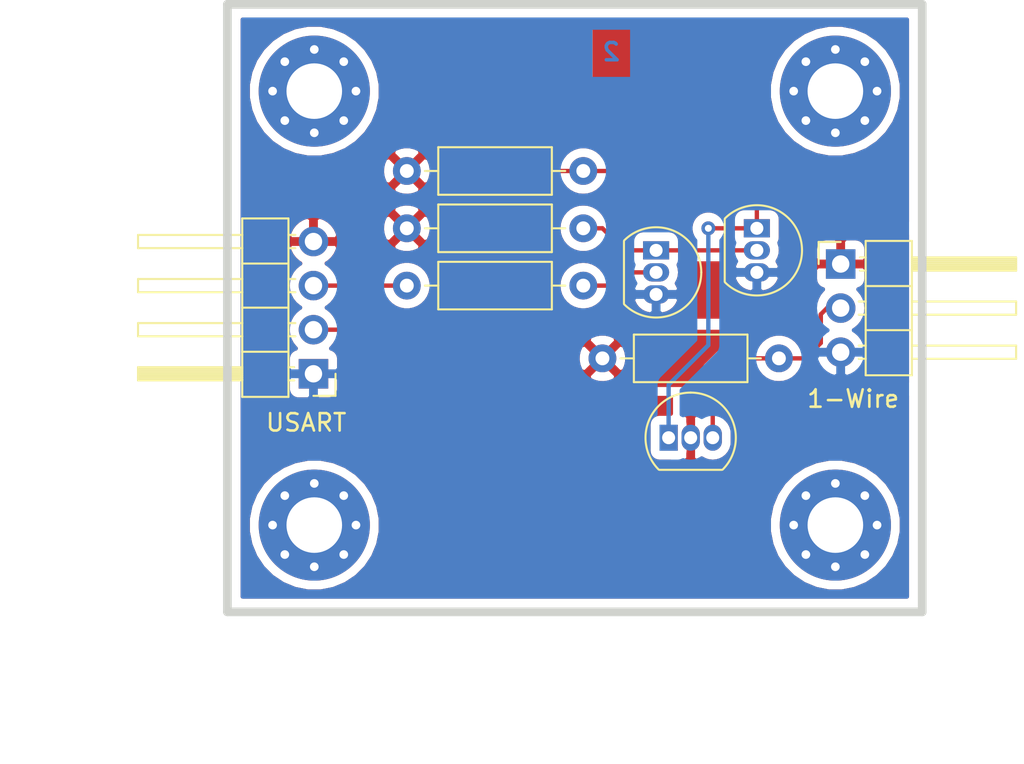
<source format=kicad_pcb>
(kicad_pcb (version 20171130) (host pcbnew "(5.1.4)-1")

  (general
    (thickness 1.6)
    (drawings 14)
    (tracks 30)
    (zones 0)
    (modules 13)
    (nets 9)
  )

  (page A4)
  (title_block
    (title "1-Wire Adapter")
    (date 2019-10-08)
    (rev 1.0)
    (company https://www.kampis-elektroecke.de)
    (comment 1 "Author: Daniel Kampert")
  )

  (layers
    (0 F.Cu signal)
    (31 B.Cu signal)
    (32 B.Adhes user)
    (33 F.Adhes user)
    (34 B.Paste user)
    (35 F.Paste user)
    (36 B.SilkS user)
    (37 F.SilkS user)
    (38 B.Mask user)
    (39 F.Mask user)
    (40 Dwgs.User user)
    (41 Cmts.User user)
    (42 Eco1.User user)
    (43 Eco2.User user)
    (44 Edge.Cuts user)
    (45 Margin user)
    (46 B.CrtYd user)
    (47 F.CrtYd user)
    (48 B.Fab user)
    (49 F.Fab user)
  )

  (setup
    (last_trace_width 0.25)
    (user_trace_width 0.5)
    (trace_clearance 0.2)
    (zone_clearance 0.508)
    (zone_45_only yes)
    (trace_min 0.09)
    (via_size 0.8)
    (via_drill 0.4)
    (via_min_size 0.45)
    (via_min_drill 0.2)
    (uvia_size 0.3)
    (uvia_drill 0.1)
    (uvias_allowed no)
    (uvia_min_size 0.2)
    (uvia_min_drill 0.1)
    (edge_width 0.5)
    (segment_width 0.2)
    (pcb_text_width 0.3)
    (pcb_text_size 1.5 1.5)
    (mod_edge_width 0.15)
    (mod_text_size 1 1)
    (mod_text_width 0.15)
    (pad_size 1.75 0.45)
    (pad_drill 0)
    (pad_to_mask_clearance 0)
    (aux_axis_origin 121.371 117.366)
    (grid_origin 121.371 117.366)
    (visible_elements 7FFEFF7F)
    (pcbplotparams
      (layerselection 0x010fc_ffffffff)
      (usegerberextensions false)
      (usegerberattributes false)
      (usegerberadvancedattributes false)
      (creategerberjobfile false)
      (excludeedgelayer true)
      (linewidth 0.100000)
      (plotframeref false)
      (viasonmask false)
      (mode 1)
      (useauxorigin false)
      (hpglpennumber 1)
      (hpglpenspeed 20)
      (hpglpendiameter 15.000000)
      (psnegative false)
      (psa4output false)
      (plotreference true)
      (plotvalue true)
      (plotinvisibletext false)
      (padsonsilk false)
      (subtractmaskfromsilk false)
      (outputformat 1)
      (mirror false)
      (drillshape 0)
      (scaleselection 1)
      (outputdirectory "../production/"))
  )

  (net 0 "")
  (net 1 "Net-(R1-Pad2)")
  (net 2 /TxD)
  (net 3 "Net-(R2-Pad2)")
  (net 4 /1-Wire)
  (net 5 /GND)
  (net 6 /RxD)
  (net 7 /VH)
  (net 8 /VL)

  (net_class Default "Dies ist die voreingestellte Netzklasse."
    (clearance 0.2)
    (trace_width 0.25)
    (via_dia 0.8)
    (via_drill 0.4)
    (uvia_dia 0.3)
    (uvia_drill 0.1)
    (add_net /1-Wire)
    (add_net /GND)
    (add_net /RxD)
    (add_net /TxD)
    (add_net /VH)
    (add_net /VL)
    (add_net "Net-(R1-Pad2)")
    (add_net "Net-(R2-Pad2)")
  )

  (net_class Power ""
    (clearance 0.2)
    (trace_width 0.5)
    (via_dia 0.8)
    (via_drill 0.4)
    (uvia_dia 0.3)
    (uvia_drill 0.1)
  )

  (net_class USB ""
    (clearance 0.2)
    (trace_width 0.25)
    (via_dia 0.8)
    (via_drill 0.4)
    (uvia_dia 0.3)
    (uvia_drill 0.1)
  )

  (module Package_TO_SOT_THT:TO-92_Inline (layer F.Cu) (tedit 5A1DD157) (tstamp 5E31CB59)
    (at 146.771 107.333)
    (descr "TO-92 leads in-line, narrow, oval pads, drill 0.75mm (see NXP sot054_po.pdf)")
    (tags "to-92 sc-43 sc-43a sot54 PA33 transistor")
    (path /5E31EDCD)
    (fp_text reference T3 (at 1.27 -3.56) (layer F.SilkS) hide
      (effects (font (size 1 1) (thickness 0.15)))
    )
    (fp_text value BS170 (at 1.27 2.79) (layer F.Fab) hide
      (effects (font (size 1 1) (thickness 0.15)))
    )
    (fp_arc (start 1.27 0) (end 1.27 -2.6) (angle 135) (layer F.SilkS) (width 0.12))
    (fp_arc (start 1.27 0) (end 1.27 -2.48) (angle -135) (layer F.Fab) (width 0.1))
    (fp_arc (start 1.27 0) (end 1.27 -2.6) (angle -135) (layer F.SilkS) (width 0.12))
    (fp_arc (start 1.27 0) (end 1.27 -2.48) (angle 135) (layer F.Fab) (width 0.1))
    (fp_line (start 4 2.01) (end -1.46 2.01) (layer F.CrtYd) (width 0.05))
    (fp_line (start 4 2.01) (end 4 -2.73) (layer F.CrtYd) (width 0.05))
    (fp_line (start -1.46 -2.73) (end -1.46 2.01) (layer F.CrtYd) (width 0.05))
    (fp_line (start -1.46 -2.73) (end 4 -2.73) (layer F.CrtYd) (width 0.05))
    (fp_line (start -0.5 1.75) (end 3 1.75) (layer F.Fab) (width 0.1))
    (fp_line (start -0.53 1.85) (end 3.07 1.85) (layer F.SilkS) (width 0.12))
    (fp_text user %R (at 1.27 -0.254) (layer F.Fab)
      (effects (font (size 1 1) (thickness 0.15)))
    )
    (pad 1 thru_hole rect (at 0 0) (size 1.05 1.5) (drill 0.75) (layers *.Cu *.Mask)
      (net 6 /RxD))
    (pad 3 thru_hole oval (at 2.54 0) (size 1.05 1.5) (drill 0.75) (layers *.Cu *.Mask)
      (net 4 /1-Wire))
    (pad 2 thru_hole oval (at 1.27 0) (size 1.05 1.5) (drill 0.75) (layers *.Cu *.Mask)
      (net 8 /VL))
    (model ${KISYS3DMOD}/Package_TO_SOT_THT.3dshapes/TO-92_Inline.wrl
      (at (xyz 0 0 0))
      (scale (xyz 1 1 1))
      (rotate (xyz 0 0 0))
    )
  )

  (module Resistor_THT:R_Axial_DIN0207_L6.3mm_D2.5mm_P10.16mm_Horizontal (layer F.Cu) (tedit 5AE5139B) (tstamp 5E31CD19)
    (at 142.961 102.761)
    (descr "Resistor, Axial_DIN0207 series, Axial, Horizontal, pin pitch=10.16mm, 0.25W = 1/4W, length*diameter=6.3*2.5mm^2, http://cdn-reichelt.de/documents/datenblatt/B400/1_4W%23YAG.pdf")
    (tags "Resistor Axial_DIN0207 series Axial Horizontal pin pitch 10.16mm 0.25W = 1/4W length 6.3mm diameter 2.5mm")
    (path /5E32490F)
    (fp_text reference R4 (at 5.08 -2.37) (layer F.SilkS) hide
      (effects (font (size 1 1) (thickness 0.15)))
    )
    (fp_text value 10k (at 5.08 2.37) (layer F.Fab) hide
      (effects (font (size 1 1) (thickness 0.15)))
    )
    (fp_text user %R (at 5.08 0) (layer F.Fab)
      (effects (font (size 1 1) (thickness 0.15)))
    )
    (fp_line (start 11.21 -1.5) (end -1.05 -1.5) (layer F.CrtYd) (width 0.05))
    (fp_line (start 11.21 1.5) (end 11.21 -1.5) (layer F.CrtYd) (width 0.05))
    (fp_line (start -1.05 1.5) (end 11.21 1.5) (layer F.CrtYd) (width 0.05))
    (fp_line (start -1.05 -1.5) (end -1.05 1.5) (layer F.CrtYd) (width 0.05))
    (fp_line (start 9.12 0) (end 8.35 0) (layer F.SilkS) (width 0.12))
    (fp_line (start 1.04 0) (end 1.81 0) (layer F.SilkS) (width 0.12))
    (fp_line (start 8.35 -1.37) (end 1.81 -1.37) (layer F.SilkS) (width 0.12))
    (fp_line (start 8.35 1.37) (end 8.35 -1.37) (layer F.SilkS) (width 0.12))
    (fp_line (start 1.81 1.37) (end 8.35 1.37) (layer F.SilkS) (width 0.12))
    (fp_line (start 1.81 -1.37) (end 1.81 1.37) (layer F.SilkS) (width 0.12))
    (fp_line (start 10.16 0) (end 8.23 0) (layer F.Fab) (width 0.1))
    (fp_line (start 0 0) (end 1.93 0) (layer F.Fab) (width 0.1))
    (fp_line (start 8.23 -1.25) (end 1.93 -1.25) (layer F.Fab) (width 0.1))
    (fp_line (start 8.23 1.25) (end 8.23 -1.25) (layer F.Fab) (width 0.1))
    (fp_line (start 1.93 1.25) (end 8.23 1.25) (layer F.Fab) (width 0.1))
    (fp_line (start 1.93 -1.25) (end 1.93 1.25) (layer F.Fab) (width 0.1))
    (pad 2 thru_hole oval (at 10.16 0) (size 1.6 1.6) (drill 0.8) (layers *.Cu *.Mask)
      (net 4 /1-Wire))
    (pad 1 thru_hole circle (at 0 0) (size 1.6 1.6) (drill 0.8) (layers *.Cu *.Mask)
      (net 8 /VL))
    (model ${KISYS3DMOD}/Resistor_THT.3dshapes/R_Axial_DIN0207_L6.3mm_D2.5mm_P10.16mm_Horizontal.wrl
      (at (xyz 0 0 0))
      (scale (xyz 1 1 1))
      (rotate (xyz 0 0 0))
    )
  )

  (module MountingHole:MountingHole_3.2mm_M3_Pad_Via (layer F.Cu) (tedit 56DDBCCA) (tstamp 5E318DC7)
    (at 126.371 112.366)
    (descr "Mounting Hole 3.2mm, M3")
    (tags "mounting hole 3.2mm m3")
    (attr virtual)
    (fp_text reference REF** (at 0 -4.2) (layer F.SilkS) hide
      (effects (font (size 1 1) (thickness 0.15)))
    )
    (fp_text value MountingHole_3.2mm_M3_Pad_Via (at 0 4.2) (layer F.Fab) hide
      (effects (font (size 1 1) (thickness 0.15)))
    )
    (fp_text user %R (at 0.3 0) (layer F.Fab) hide
      (effects (font (size 1 1) (thickness 0.15)))
    )
    (fp_circle (center 0 0) (end 3.2 0) (layer Cmts.User) (width 0.15))
    (fp_circle (center 0 0) (end 3.45 0) (layer F.CrtYd) (width 0.05))
    (pad 1 thru_hole circle (at 0 0) (size 6.4 6.4) (drill 3.2) (layers *.Cu *.Mask))
    (pad 1 thru_hole circle (at 2.4 0) (size 0.8 0.8) (drill 0.5) (layers *.Cu *.Mask))
    (pad 1 thru_hole circle (at 1.697056 1.697056) (size 0.8 0.8) (drill 0.5) (layers *.Cu *.Mask))
    (pad 1 thru_hole circle (at 0 2.4) (size 0.8 0.8) (drill 0.5) (layers *.Cu *.Mask))
    (pad 1 thru_hole circle (at -1.697056 1.697056) (size 0.8 0.8) (drill 0.5) (layers *.Cu *.Mask))
    (pad 1 thru_hole circle (at -2.4 0) (size 0.8 0.8) (drill 0.5) (layers *.Cu *.Mask))
    (pad 1 thru_hole circle (at -1.697056 -1.697056) (size 0.8 0.8) (drill 0.5) (layers *.Cu *.Mask))
    (pad 1 thru_hole circle (at 0 -2.4) (size 0.8 0.8) (drill 0.5) (layers *.Cu *.Mask))
    (pad 1 thru_hole circle (at 1.697056 -1.697056) (size 0.8 0.8) (drill 0.5) (layers *.Cu *.Mask))
  )

  (module MountingHole:MountingHole_3.2mm_M3_Pad_Via (layer F.Cu) (tedit 56DDBCCA) (tstamp 5E318DC7)
    (at 126.371 87.366)
    (descr "Mounting Hole 3.2mm, M3")
    (tags "mounting hole 3.2mm m3")
    (attr virtual)
    (fp_text reference REF** (at 0 -4.2) (layer F.SilkS) hide
      (effects (font (size 1 1) (thickness 0.15)))
    )
    (fp_text value MountingHole_3.2mm_M3_Pad_Via (at 0 4.2) (layer F.Fab) hide
      (effects (font (size 1 1) (thickness 0.15)))
    )
    (fp_text user %R (at 0.3 0) (layer F.Fab) hide
      (effects (font (size 1 1) (thickness 0.15)))
    )
    (fp_circle (center 0 0) (end 3.2 0) (layer Cmts.User) (width 0.15))
    (fp_circle (center 0 0) (end 3.45 0) (layer F.CrtYd) (width 0.05))
    (pad 1 thru_hole circle (at 0 0) (size 6.4 6.4) (drill 3.2) (layers *.Cu *.Mask))
    (pad 1 thru_hole circle (at 2.4 0) (size 0.8 0.8) (drill 0.5) (layers *.Cu *.Mask))
    (pad 1 thru_hole circle (at 1.697056 1.697056) (size 0.8 0.8) (drill 0.5) (layers *.Cu *.Mask))
    (pad 1 thru_hole circle (at 0 2.4) (size 0.8 0.8) (drill 0.5) (layers *.Cu *.Mask))
    (pad 1 thru_hole circle (at -1.697056 1.697056) (size 0.8 0.8) (drill 0.5) (layers *.Cu *.Mask))
    (pad 1 thru_hole circle (at -2.4 0) (size 0.8 0.8) (drill 0.5) (layers *.Cu *.Mask))
    (pad 1 thru_hole circle (at -1.697056 -1.697056) (size 0.8 0.8) (drill 0.5) (layers *.Cu *.Mask))
    (pad 1 thru_hole circle (at 0 -2.4) (size 0.8 0.8) (drill 0.5) (layers *.Cu *.Mask))
    (pad 1 thru_hole circle (at 1.697056 -1.697056) (size 0.8 0.8) (drill 0.5) (layers *.Cu *.Mask))
  )

  (module MountingHole:MountingHole_3.2mm_M3_Pad_Via (layer F.Cu) (tedit 56DDBCCA) (tstamp 5E318DC7)
    (at 156.371 87.366)
    (descr "Mounting Hole 3.2mm, M3")
    (tags "mounting hole 3.2mm m3")
    (attr virtual)
    (fp_text reference REF** (at 0 -4.2) (layer F.SilkS) hide
      (effects (font (size 1 1) (thickness 0.15)))
    )
    (fp_text value MountingHole_3.2mm_M3_Pad_Via (at 0 4.2) (layer F.Fab) hide
      (effects (font (size 1 1) (thickness 0.15)))
    )
    (fp_text user %R (at 0.3 0) (layer F.Fab) hide
      (effects (font (size 1 1) (thickness 0.15)))
    )
    (fp_circle (center 0 0) (end 3.2 0) (layer Cmts.User) (width 0.15))
    (fp_circle (center 0 0) (end 3.45 0) (layer F.CrtYd) (width 0.05))
    (pad 1 thru_hole circle (at 0 0) (size 6.4 6.4) (drill 3.2) (layers *.Cu *.Mask))
    (pad 1 thru_hole circle (at 2.4 0) (size 0.8 0.8) (drill 0.5) (layers *.Cu *.Mask))
    (pad 1 thru_hole circle (at 1.697056 1.697056) (size 0.8 0.8) (drill 0.5) (layers *.Cu *.Mask))
    (pad 1 thru_hole circle (at 0 2.4) (size 0.8 0.8) (drill 0.5) (layers *.Cu *.Mask))
    (pad 1 thru_hole circle (at -1.697056 1.697056) (size 0.8 0.8) (drill 0.5) (layers *.Cu *.Mask))
    (pad 1 thru_hole circle (at -2.4 0) (size 0.8 0.8) (drill 0.5) (layers *.Cu *.Mask))
    (pad 1 thru_hole circle (at -1.697056 -1.697056) (size 0.8 0.8) (drill 0.5) (layers *.Cu *.Mask))
    (pad 1 thru_hole circle (at 0 -2.4) (size 0.8 0.8) (drill 0.5) (layers *.Cu *.Mask))
    (pad 1 thru_hole circle (at 1.697056 -1.697056) (size 0.8 0.8) (drill 0.5) (layers *.Cu *.Mask))
  )

  (module Connector_PinHeader_2.54mm:PinHeader_1x03_P2.54mm_Horizontal (layer F.Cu) (tedit 59FED5CB) (tstamp 5E317A48)
    (at 156.677 97.326)
    (descr "Through hole angled pin header, 1x03, 2.54mm pitch, 6mm pin length, single row")
    (tags "Through hole angled pin header THT 1x03 2.54mm single row")
    (path /5E315D1F)
    (fp_text reference X2 (at 1.991 2.812) (layer F.Fab)
      (effects (font (size 1 1) (thickness 0.15)))
    )
    (fp_text value 1-Wire (at 0.721 7.765) (layer F.SilkS)
      (effects (font (size 1 1) (thickness 0.15)))
    )
    (fp_text user %R (at 2.77 2.54 90) (layer F.Fab) hide
      (effects (font (size 1 1) (thickness 0.15)))
    )
    (fp_line (start 10.55 -1.8) (end -1.8 -1.8) (layer F.CrtYd) (width 0.05))
    (fp_line (start 10.55 6.85) (end 10.55 -1.8) (layer F.CrtYd) (width 0.05))
    (fp_line (start -1.8 6.85) (end 10.55 6.85) (layer F.CrtYd) (width 0.05))
    (fp_line (start -1.8 -1.8) (end -1.8 6.85) (layer F.CrtYd) (width 0.05))
    (fp_line (start -1.27 -1.27) (end 0 -1.27) (layer F.SilkS) (width 0.12))
    (fp_line (start -1.27 0) (end -1.27 -1.27) (layer F.SilkS) (width 0.12))
    (fp_line (start 1.042929 5.46) (end 1.44 5.46) (layer F.SilkS) (width 0.12))
    (fp_line (start 1.042929 4.7) (end 1.44 4.7) (layer F.SilkS) (width 0.12))
    (fp_line (start 10.1 5.46) (end 4.1 5.46) (layer F.SilkS) (width 0.12))
    (fp_line (start 10.1 4.7) (end 10.1 5.46) (layer F.SilkS) (width 0.12))
    (fp_line (start 4.1 4.7) (end 10.1 4.7) (layer F.SilkS) (width 0.12))
    (fp_line (start 1.44 3.81) (end 4.1 3.81) (layer F.SilkS) (width 0.12))
    (fp_line (start 1.042929 2.92) (end 1.44 2.92) (layer F.SilkS) (width 0.12))
    (fp_line (start 1.042929 2.16) (end 1.44 2.16) (layer F.SilkS) (width 0.12))
    (fp_line (start 10.1 2.92) (end 4.1 2.92) (layer F.SilkS) (width 0.12))
    (fp_line (start 10.1 2.16) (end 10.1 2.92) (layer F.SilkS) (width 0.12))
    (fp_line (start 4.1 2.16) (end 10.1 2.16) (layer F.SilkS) (width 0.12))
    (fp_line (start 1.44 1.27) (end 4.1 1.27) (layer F.SilkS) (width 0.12))
    (fp_line (start 1.11 0.38) (end 1.44 0.38) (layer F.SilkS) (width 0.12))
    (fp_line (start 1.11 -0.38) (end 1.44 -0.38) (layer F.SilkS) (width 0.12))
    (fp_line (start 4.1 0.28) (end 10.1 0.28) (layer F.SilkS) (width 0.12))
    (fp_line (start 4.1 0.16) (end 10.1 0.16) (layer F.SilkS) (width 0.12))
    (fp_line (start 4.1 0.04) (end 10.1 0.04) (layer F.SilkS) (width 0.12))
    (fp_line (start 4.1 -0.08) (end 10.1 -0.08) (layer F.SilkS) (width 0.12))
    (fp_line (start 4.1 -0.2) (end 10.1 -0.2) (layer F.SilkS) (width 0.12))
    (fp_line (start 4.1 -0.32) (end 10.1 -0.32) (layer F.SilkS) (width 0.12))
    (fp_line (start 10.1 0.38) (end 4.1 0.38) (layer F.SilkS) (width 0.12))
    (fp_line (start 10.1 -0.38) (end 10.1 0.38) (layer F.SilkS) (width 0.12))
    (fp_line (start 4.1 -0.38) (end 10.1 -0.38) (layer F.SilkS) (width 0.12))
    (fp_line (start 4.1 -1.33) (end 1.44 -1.33) (layer F.SilkS) (width 0.12))
    (fp_line (start 4.1 6.41) (end 4.1 -1.33) (layer F.SilkS) (width 0.12))
    (fp_line (start 1.44 6.41) (end 4.1 6.41) (layer F.SilkS) (width 0.12))
    (fp_line (start 1.44 -1.33) (end 1.44 6.41) (layer F.SilkS) (width 0.12))
    (fp_line (start 4.04 5.4) (end 10.04 5.4) (layer F.Fab) (width 0.1))
    (fp_line (start 10.04 4.76) (end 10.04 5.4) (layer F.Fab) (width 0.1))
    (fp_line (start 4.04 4.76) (end 10.04 4.76) (layer F.Fab) (width 0.1))
    (fp_line (start -0.32 5.4) (end 1.5 5.4) (layer F.Fab) (width 0.1))
    (fp_line (start -0.32 4.76) (end -0.32 5.4) (layer F.Fab) (width 0.1))
    (fp_line (start -0.32 4.76) (end 1.5 4.76) (layer F.Fab) (width 0.1))
    (fp_line (start 4.04 2.86) (end 10.04 2.86) (layer F.Fab) (width 0.1))
    (fp_line (start 10.04 2.22) (end 10.04 2.86) (layer F.Fab) (width 0.1))
    (fp_line (start 4.04 2.22) (end 10.04 2.22) (layer F.Fab) (width 0.1))
    (fp_line (start -0.32 2.86) (end 1.5 2.86) (layer F.Fab) (width 0.1))
    (fp_line (start -0.32 2.22) (end -0.32 2.86) (layer F.Fab) (width 0.1))
    (fp_line (start -0.32 2.22) (end 1.5 2.22) (layer F.Fab) (width 0.1))
    (fp_line (start 4.04 0.32) (end 10.04 0.32) (layer F.Fab) (width 0.1))
    (fp_line (start 10.04 -0.32) (end 10.04 0.32) (layer F.Fab) (width 0.1))
    (fp_line (start 4.04 -0.32) (end 10.04 -0.32) (layer F.Fab) (width 0.1))
    (fp_line (start -0.32 0.32) (end 1.5 0.32) (layer F.Fab) (width 0.1))
    (fp_line (start -0.32 -0.32) (end -0.32 0.32) (layer F.Fab) (width 0.1))
    (fp_line (start -0.32 -0.32) (end 1.5 -0.32) (layer F.Fab) (width 0.1))
    (fp_line (start 1.5 -0.635) (end 2.135 -1.27) (layer F.Fab) (width 0.1))
    (fp_line (start 1.5 6.35) (end 1.5 -0.635) (layer F.Fab) (width 0.1))
    (fp_line (start 4.04 6.35) (end 1.5 6.35) (layer F.Fab) (width 0.1))
    (fp_line (start 4.04 -1.27) (end 4.04 6.35) (layer F.Fab) (width 0.1))
    (fp_line (start 2.135 -1.27) (end 4.04 -1.27) (layer F.Fab) (width 0.1))
    (pad 3 thru_hole oval (at 0 5.08) (size 1.7 1.7) (drill 1) (layers *.Cu *.Mask)
      (net 5 /GND))
    (pad 2 thru_hole oval (at 0 2.54) (size 1.7 1.7) (drill 1) (layers *.Cu *.Mask)
      (net 4 /1-Wire))
    (pad 1 thru_hole rect (at 0 0) (size 1.7 1.7) (drill 1) (layers *.Cu *.Mask)
      (net 8 /VL))
    (model ${KISYS3DMOD}/Connector_PinHeader_2.54mm.3dshapes/PinHeader_1x03_P2.54mm_Horizontal.wrl
      (at (xyz 0 0 0))
      (scale (xyz 1 1 1))
      (rotate (xyz 0 0 0))
    )
  )

  (module Connector_PinHeader_2.54mm:PinHeader_1x04_P2.54mm_Horizontal (layer F.Cu) (tedit 59FED5CB) (tstamp 5E31D094)
    (at 126.324 103.65 180)
    (descr "Through hole angled pin header, 1x04, 2.54mm pitch, 6mm pin length, single row")
    (tags "Through hole angled pin header THT 1x04 2.54mm single row")
    (path /5E315699)
    (fp_text reference X1 (at 2.708 3.919) (layer F.Fab)
      (effects (font (size 1 1) (thickness 0.15)))
    )
    (fp_text value USART (at 0.422 -2.812 180) (layer F.SilkS)
      (effects (font (size 1 1) (thickness 0.15)))
    )
    (fp_text user %R (at 2.77 3.81 90) (layer F.Fab) hide
      (effects (font (size 1 1) (thickness 0.15)))
    )
    (fp_line (start 10.55 -1.8) (end -1.8 -1.8) (layer F.CrtYd) (width 0.05))
    (fp_line (start 10.55 9.4) (end 10.55 -1.8) (layer F.CrtYd) (width 0.05))
    (fp_line (start -1.8 9.4) (end 10.55 9.4) (layer F.CrtYd) (width 0.05))
    (fp_line (start -1.8 -1.8) (end -1.8 9.4) (layer F.CrtYd) (width 0.05))
    (fp_line (start -1.27 -1.27) (end 0 -1.27) (layer F.SilkS) (width 0.12))
    (fp_line (start -1.27 0) (end -1.27 -1.27) (layer F.SilkS) (width 0.12))
    (fp_line (start 1.042929 8) (end 1.44 8) (layer F.SilkS) (width 0.12))
    (fp_line (start 1.042929 7.24) (end 1.44 7.24) (layer F.SilkS) (width 0.12))
    (fp_line (start 10.1 8) (end 4.1 8) (layer F.SilkS) (width 0.12))
    (fp_line (start 10.1 7.24) (end 10.1 8) (layer F.SilkS) (width 0.12))
    (fp_line (start 4.1 7.24) (end 10.1 7.24) (layer F.SilkS) (width 0.12))
    (fp_line (start 1.44 6.35) (end 4.1 6.35) (layer F.SilkS) (width 0.12))
    (fp_line (start 1.042929 5.46) (end 1.44 5.46) (layer F.SilkS) (width 0.12))
    (fp_line (start 1.042929 4.7) (end 1.44 4.7) (layer F.SilkS) (width 0.12))
    (fp_line (start 10.1 5.46) (end 4.1 5.46) (layer F.SilkS) (width 0.12))
    (fp_line (start 10.1 4.7) (end 10.1 5.46) (layer F.SilkS) (width 0.12))
    (fp_line (start 4.1 4.7) (end 10.1 4.7) (layer F.SilkS) (width 0.12))
    (fp_line (start 1.44 3.81) (end 4.1 3.81) (layer F.SilkS) (width 0.12))
    (fp_line (start 1.042929 2.92) (end 1.44 2.92) (layer F.SilkS) (width 0.12))
    (fp_line (start 1.042929 2.16) (end 1.44 2.16) (layer F.SilkS) (width 0.12))
    (fp_line (start 10.1 2.92) (end 4.1 2.92) (layer F.SilkS) (width 0.12))
    (fp_line (start 10.1 2.16) (end 10.1 2.92) (layer F.SilkS) (width 0.12))
    (fp_line (start 4.1 2.16) (end 10.1 2.16) (layer F.SilkS) (width 0.12))
    (fp_line (start 1.44 1.27) (end 4.1 1.27) (layer F.SilkS) (width 0.12))
    (fp_line (start 1.11 0.38) (end 1.44 0.38) (layer F.SilkS) (width 0.12))
    (fp_line (start 1.11 -0.38) (end 1.44 -0.38) (layer F.SilkS) (width 0.12))
    (fp_line (start 4.1 0.28) (end 10.1 0.28) (layer F.SilkS) (width 0.12))
    (fp_line (start 4.1 0.16) (end 10.1 0.16) (layer F.SilkS) (width 0.12))
    (fp_line (start 4.1 0.04) (end 10.1 0.04) (layer F.SilkS) (width 0.12))
    (fp_line (start 4.1 -0.08) (end 10.1 -0.08) (layer F.SilkS) (width 0.12))
    (fp_line (start 4.1 -0.2) (end 10.1 -0.2) (layer F.SilkS) (width 0.12))
    (fp_line (start 4.1 -0.32) (end 10.1 -0.32) (layer F.SilkS) (width 0.12))
    (fp_line (start 10.1 0.38) (end 4.1 0.38) (layer F.SilkS) (width 0.12))
    (fp_line (start 10.1 -0.38) (end 10.1 0.38) (layer F.SilkS) (width 0.12))
    (fp_line (start 4.1 -0.38) (end 10.1 -0.38) (layer F.SilkS) (width 0.12))
    (fp_line (start 4.1 -1.33) (end 1.44 -1.33) (layer F.SilkS) (width 0.12))
    (fp_line (start 4.1 8.95) (end 4.1 -1.33) (layer F.SilkS) (width 0.12))
    (fp_line (start 1.44 8.95) (end 4.1 8.95) (layer F.SilkS) (width 0.12))
    (fp_line (start 1.44 -1.33) (end 1.44 8.95) (layer F.SilkS) (width 0.12))
    (fp_line (start 4.04 7.94) (end 10.04 7.94) (layer F.Fab) (width 0.1))
    (fp_line (start 10.04 7.3) (end 10.04 7.94) (layer F.Fab) (width 0.1))
    (fp_line (start 4.04 7.3) (end 10.04 7.3) (layer F.Fab) (width 0.1))
    (fp_line (start -0.32 7.94) (end 1.5 7.94) (layer F.Fab) (width 0.1))
    (fp_line (start -0.32 7.3) (end -0.32 7.94) (layer F.Fab) (width 0.1))
    (fp_line (start -0.32 7.3) (end 1.5 7.3) (layer F.Fab) (width 0.1))
    (fp_line (start 4.04 5.4) (end 10.04 5.4) (layer F.Fab) (width 0.1))
    (fp_line (start 10.04 4.76) (end 10.04 5.4) (layer F.Fab) (width 0.1))
    (fp_line (start 4.04 4.76) (end 10.04 4.76) (layer F.Fab) (width 0.1))
    (fp_line (start -0.32 5.4) (end 1.5 5.4) (layer F.Fab) (width 0.1))
    (fp_line (start -0.32 4.76) (end -0.32 5.4) (layer F.Fab) (width 0.1))
    (fp_line (start -0.32 4.76) (end 1.5 4.76) (layer F.Fab) (width 0.1))
    (fp_line (start 4.04 2.86) (end 10.04 2.86) (layer F.Fab) (width 0.1))
    (fp_line (start 10.04 2.22) (end 10.04 2.86) (layer F.Fab) (width 0.1))
    (fp_line (start 4.04 2.22) (end 10.04 2.22) (layer F.Fab) (width 0.1))
    (fp_line (start -0.32 2.86) (end 1.5 2.86) (layer F.Fab) (width 0.1))
    (fp_line (start -0.32 2.22) (end -0.32 2.86) (layer F.Fab) (width 0.1))
    (fp_line (start -0.32 2.22) (end 1.5 2.22) (layer F.Fab) (width 0.1))
    (fp_line (start 4.04 0.32) (end 10.04 0.32) (layer F.Fab) (width 0.1))
    (fp_line (start 10.04 -0.32) (end 10.04 0.32) (layer F.Fab) (width 0.1))
    (fp_line (start 4.04 -0.32) (end 10.04 -0.32) (layer F.Fab) (width 0.1))
    (fp_line (start -0.32 0.32) (end 1.5 0.32) (layer F.Fab) (width 0.1))
    (fp_line (start -0.32 -0.32) (end -0.32 0.32) (layer F.Fab) (width 0.1))
    (fp_line (start -0.32 -0.32) (end 1.5 -0.32) (layer F.Fab) (width 0.1))
    (fp_line (start 1.5 -0.635) (end 2.135 -1.27) (layer F.Fab) (width 0.1))
    (fp_line (start 1.5 8.89) (end 1.5 -0.635) (layer F.Fab) (width 0.1))
    (fp_line (start 4.04 8.89) (end 1.5 8.89) (layer F.Fab) (width 0.1))
    (fp_line (start 4.04 -1.27) (end 4.04 8.89) (layer F.Fab) (width 0.1))
    (fp_line (start 2.135 -1.27) (end 4.04 -1.27) (layer F.Fab) (width 0.1))
    (pad 4 thru_hole oval (at 0 7.62 180) (size 1.7 1.7) (drill 1) (layers *.Cu *.Mask)
      (net 7 /VH))
    (pad 3 thru_hole oval (at 0 5.08 180) (size 1.7 1.7) (drill 1) (layers *.Cu *.Mask)
      (net 2 /TxD))
    (pad 2 thru_hole oval (at 0 2.54 180) (size 1.7 1.7) (drill 1) (layers *.Cu *.Mask)
      (net 6 /RxD))
    (pad 1 thru_hole rect (at 0 0 180) (size 1.7 1.7) (drill 1) (layers *.Cu *.Mask)
      (net 5 /GND))
    (model ${KISYS3DMOD}/Connector_PinHeader_2.54mm.3dshapes/PinHeader_1x04_P2.54mm_Horizontal.wrl
      (at (xyz 0 0 0))
      (scale (xyz 1 1 1))
      (rotate (xyz 0 0 0))
    )
  )

  (module Package_TO_SOT_THT:TO-92_Inline (layer F.Cu) (tedit 5A1DD157) (tstamp 5E31DF6C)
    (at 151.851 95.268 270)
    (descr "TO-92 leads in-line, narrow, oval pads, drill 0.75mm (see NXP sot054_po.pdf)")
    (tags "to-92 sc-43 sc-43a sot54 PA33 transistor")
    (path /5E314B76)
    (fp_text reference T2 (at 1.415 -0.213 180) (layer F.Fab)
      (effects (font (size 1 1) (thickness 0.15)))
    )
    (fp_text value BC547 (at 1.27 2.79 90) (layer F.Fab) hide
      (effects (font (size 1 1) (thickness 0.15)))
    )
    (fp_arc (start 1.27 0) (end 1.27 -2.6) (angle 135) (layer F.SilkS) (width 0.12))
    (fp_arc (start 1.27 0) (end 1.27 -2.48) (angle -135) (layer F.Fab) (width 0.1))
    (fp_arc (start 1.27 0) (end 1.27 -2.6) (angle -135) (layer F.SilkS) (width 0.12))
    (fp_arc (start 1.27 0) (end 1.27 -2.48) (angle 135) (layer F.Fab) (width 0.1))
    (fp_line (start 4 2.01) (end -1.46 2.01) (layer F.CrtYd) (width 0.05))
    (fp_line (start 4 2.01) (end 4 -2.73) (layer F.CrtYd) (width 0.05))
    (fp_line (start -1.46 -2.73) (end -1.46 2.01) (layer F.CrtYd) (width 0.05))
    (fp_line (start -1.46 -2.73) (end 4 -2.73) (layer F.CrtYd) (width 0.05))
    (fp_line (start -0.5 1.75) (end 3 1.75) (layer F.Fab) (width 0.1))
    (fp_line (start -0.53 1.85) (end 3.07 1.85) (layer F.SilkS) (width 0.12))
    (fp_text user %R (at 1.27 -3.56 90) (layer F.Fab) hide
      (effects (font (size 1 1) (thickness 0.15)))
    )
    (pad 1 thru_hole rect (at 0 0 270) (size 1.05 1.5) (drill 0.75) (layers *.Cu *.Mask)
      (net 6 /RxD))
    (pad 3 thru_hole oval (at 2.54 0 270) (size 1.05 1.5) (drill 0.75) (layers *.Cu *.Mask)
      (net 5 /GND))
    (pad 2 thru_hole oval (at 1.27 0 270) (size 1.05 1.5) (drill 0.75) (layers *.Cu *.Mask)
      (net 3 "Net-(R2-Pad2)"))
    (model ${KISYS3DMOD}/Package_TO_SOT_THT.3dshapes/TO-92_Inline.wrl
      (at (xyz 0 0 0))
      (scale (xyz 1 1 1))
      (rotate (xyz 0 0 0))
    )
  )

  (module Package_TO_SOT_THT:TO-92_Inline (layer F.Cu) (tedit 5A1DD157) (tstamp 5E3179A9)
    (at 146.05 96.538 270)
    (descr "TO-92 leads in-line, narrow, oval pads, drill 0.75mm (see NXP sot054_po.pdf)")
    (tags "to-92 sc-43 sc-43a sot54 PA33 transistor")
    (path /5E315576)
    (fp_text reference T1 (at 1.415 -0.721 180) (layer F.Fab)
      (effects (font (size 1 1) (thickness 0.15)))
    )
    (fp_text value BC547 (at 1.27 2.79 90) (layer F.Fab) hide
      (effects (font (size 1 1) (thickness 0.15)))
    )
    (fp_arc (start 1.27 0) (end 1.27 -2.6) (angle 135) (layer F.SilkS) (width 0.12))
    (fp_arc (start 1.27 0) (end 1.27 -2.48) (angle -135) (layer F.Fab) (width 0.1))
    (fp_arc (start 1.27 0) (end 1.27 -2.6) (angle -135) (layer F.SilkS) (width 0.12))
    (fp_arc (start 1.27 0) (end 1.27 -2.48) (angle 135) (layer F.Fab) (width 0.1))
    (fp_line (start 4 2.01) (end -1.46 2.01) (layer F.CrtYd) (width 0.05))
    (fp_line (start 4 2.01) (end 4 -2.73) (layer F.CrtYd) (width 0.05))
    (fp_line (start -1.46 -2.73) (end -1.46 2.01) (layer F.CrtYd) (width 0.05))
    (fp_line (start -1.46 -2.73) (end 4 -2.73) (layer F.CrtYd) (width 0.05))
    (fp_line (start -0.5 1.75) (end 3 1.75) (layer F.Fab) (width 0.1))
    (fp_line (start -0.53 1.85) (end 3.07 1.85) (layer F.SilkS) (width 0.12))
    (fp_text user %R (at 1.27 -3.56 90) (layer F.Fab) hide
      (effects (font (size 1 1) (thickness 0.15)))
    )
    (pad 1 thru_hole rect (at 0 0 270) (size 1.05 1.5) (drill 0.75) (layers *.Cu *.Mask)
      (net 3 "Net-(R2-Pad2)"))
    (pad 3 thru_hole oval (at 2.54 0 270) (size 1.05 1.5) (drill 0.75) (layers *.Cu *.Mask)
      (net 5 /GND))
    (pad 2 thru_hole oval (at 1.27 0 270) (size 1.05 1.5) (drill 0.75) (layers *.Cu *.Mask)
      (net 1 "Net-(R1-Pad2)"))
    (model ${KISYS3DMOD}/Package_TO_SOT_THT.3dshapes/TO-92_Inline.wrl
      (at (xyz 0 0 0))
      (scale (xyz 1 1 1))
      (rotate (xyz 0 0 0))
    )
  )

  (module Resistor_THT:R_Axial_DIN0207_L6.3mm_D2.5mm_P10.16mm_Horizontal (layer F.Cu) (tedit 5AE5139B) (tstamp 5E317997)
    (at 131.699 91.966)
    (descr "Resistor, Axial_DIN0207 series, Axial, Horizontal, pin pitch=10.16mm, 0.25W = 1/4W, length*diameter=6.3*2.5mm^2, http://cdn-reichelt.de/documents/datenblatt/B400/1_4W%23YAG.pdf")
    (tags "Resistor Axial_DIN0207 series Axial Horizontal pin pitch 10.16mm 0.25W = 1/4W length 6.3mm diameter 2.5mm")
    (path /5E3147A3)
    (fp_text reference R3 (at 4.953 0) (layer F.Fab)
      (effects (font (size 1 1) (thickness 0.15)))
    )
    (fp_text value 4,7k (at 5.08 2.37) (layer F.Fab) hide
      (effects (font (size 1 1) (thickness 0.15)))
    )
    (fp_text user %R (at 5.08 0) (layer F.Fab) hide
      (effects (font (size 1 1) (thickness 0.15)))
    )
    (fp_line (start 11.21 -1.5) (end -1.05 -1.5) (layer F.CrtYd) (width 0.05))
    (fp_line (start 11.21 1.5) (end 11.21 -1.5) (layer F.CrtYd) (width 0.05))
    (fp_line (start -1.05 1.5) (end 11.21 1.5) (layer F.CrtYd) (width 0.05))
    (fp_line (start -1.05 -1.5) (end -1.05 1.5) (layer F.CrtYd) (width 0.05))
    (fp_line (start 9.12 0) (end 8.35 0) (layer F.SilkS) (width 0.12))
    (fp_line (start 1.04 0) (end 1.81 0) (layer F.SilkS) (width 0.12))
    (fp_line (start 8.35 -1.37) (end 1.81 -1.37) (layer F.SilkS) (width 0.12))
    (fp_line (start 8.35 1.37) (end 8.35 -1.37) (layer F.SilkS) (width 0.12))
    (fp_line (start 1.81 1.37) (end 8.35 1.37) (layer F.SilkS) (width 0.12))
    (fp_line (start 1.81 -1.37) (end 1.81 1.37) (layer F.SilkS) (width 0.12))
    (fp_line (start 10.16 0) (end 8.23 0) (layer F.Fab) (width 0.1))
    (fp_line (start 0 0) (end 1.93 0) (layer F.Fab) (width 0.1))
    (fp_line (start 8.23 -1.25) (end 1.93 -1.25) (layer F.Fab) (width 0.1))
    (fp_line (start 8.23 1.25) (end 8.23 -1.25) (layer F.Fab) (width 0.1))
    (fp_line (start 1.93 1.25) (end 8.23 1.25) (layer F.Fab) (width 0.1))
    (fp_line (start 1.93 -1.25) (end 1.93 1.25) (layer F.Fab) (width 0.1))
    (pad 2 thru_hole oval (at 10.16 0) (size 1.6 1.6) (drill 0.8) (layers *.Cu *.Mask)
      (net 6 /RxD))
    (pad 1 thru_hole circle (at 0 0) (size 1.6 1.6) (drill 0.8) (layers *.Cu *.Mask)
      (net 7 /VH))
    (model ${KISYS3DMOD}/Resistor_THT.3dshapes/R_Axial_DIN0207_L6.3mm_D2.5mm_P10.16mm_Horizontal.wrl
      (at (xyz 0 0 0))
      (scale (xyz 1 1 1))
      (rotate (xyz 0 0 0))
    )
  )

  (module Resistor_THT:R_Axial_DIN0207_L6.3mm_D2.5mm_P10.16mm_Horizontal (layer F.Cu) (tedit 5AE5139B) (tstamp 5E317980)
    (at 131.699 95.268)
    (descr "Resistor, Axial_DIN0207 series, Axial, Horizontal, pin pitch=10.16mm, 0.25W = 1/4W, length*diameter=6.3*2.5mm^2, http://cdn-reichelt.de/documents/datenblatt/B400/1_4W%23YAG.pdf")
    (tags "Resistor Axial_DIN0207 series Axial Horizontal pin pitch 10.16mm 0.25W = 1/4W length 6.3mm diameter 2.5mm")
    (path /5E31724F)
    (fp_text reference R2 (at 5.08 0) (layer F.Fab)
      (effects (font (size 1 1) (thickness 0.15)))
    )
    (fp_text value 100k (at 5.08 2.37) (layer F.Fab) hide
      (effects (font (size 1 1) (thickness 0.15)))
    )
    (fp_text user %R (at 5.08 0) (layer F.Fab) hide
      (effects (font (size 1 1) (thickness 0.15)))
    )
    (fp_line (start 11.21 -1.5) (end -1.05 -1.5) (layer F.CrtYd) (width 0.05))
    (fp_line (start 11.21 1.5) (end 11.21 -1.5) (layer F.CrtYd) (width 0.05))
    (fp_line (start -1.05 1.5) (end 11.21 1.5) (layer F.CrtYd) (width 0.05))
    (fp_line (start -1.05 -1.5) (end -1.05 1.5) (layer F.CrtYd) (width 0.05))
    (fp_line (start 9.12 0) (end 8.35 0) (layer F.SilkS) (width 0.12))
    (fp_line (start 1.04 0) (end 1.81 0) (layer F.SilkS) (width 0.12))
    (fp_line (start 8.35 -1.37) (end 1.81 -1.37) (layer F.SilkS) (width 0.12))
    (fp_line (start 8.35 1.37) (end 8.35 -1.37) (layer F.SilkS) (width 0.12))
    (fp_line (start 1.81 1.37) (end 8.35 1.37) (layer F.SilkS) (width 0.12))
    (fp_line (start 1.81 -1.37) (end 1.81 1.37) (layer F.SilkS) (width 0.12))
    (fp_line (start 10.16 0) (end 8.23 0) (layer F.Fab) (width 0.1))
    (fp_line (start 0 0) (end 1.93 0) (layer F.Fab) (width 0.1))
    (fp_line (start 8.23 -1.25) (end 1.93 -1.25) (layer F.Fab) (width 0.1))
    (fp_line (start 8.23 1.25) (end 8.23 -1.25) (layer F.Fab) (width 0.1))
    (fp_line (start 1.93 1.25) (end 8.23 1.25) (layer F.Fab) (width 0.1))
    (fp_line (start 1.93 -1.25) (end 1.93 1.25) (layer F.Fab) (width 0.1))
    (pad 2 thru_hole oval (at 10.16 0) (size 1.6 1.6) (drill 0.8) (layers *.Cu *.Mask)
      (net 3 "Net-(R2-Pad2)"))
    (pad 1 thru_hole circle (at 0 0) (size 1.6 1.6) (drill 0.8) (layers *.Cu *.Mask)
      (net 7 /VH))
    (model ${KISYS3DMOD}/Resistor_THT.3dshapes/R_Axial_DIN0207_L6.3mm_D2.5mm_P10.16mm_Horizontal.wrl
      (at (xyz 0 0 0))
      (scale (xyz 1 1 1))
      (rotate (xyz 0 0 0))
    )
  )

  (module Resistor_THT:R_Axial_DIN0207_L6.3mm_D2.5mm_P10.16mm_Horizontal (layer F.Cu) (tedit 5AE5139B) (tstamp 5E317969)
    (at 131.699 98.57)
    (descr "Resistor, Axial_DIN0207 series, Axial, Horizontal, pin pitch=10.16mm, 0.25W = 1/4W, length*diameter=6.3*2.5mm^2, http://cdn-reichelt.de/documents/datenblatt/B400/1_4W%23YAG.pdf")
    (tags "Resistor Axial_DIN0207 series Axial Horizontal pin pitch 10.16mm 0.25W = 1/4W length 6.3mm diameter 2.5mm")
    (path /5E3148B5)
    (fp_text reference R1 (at 5.08 0) (layer F.Fab)
      (effects (font (size 1 1) (thickness 0.15)))
    )
    (fp_text value 10k (at 5.08 2.37) (layer F.Fab) hide
      (effects (font (size 1 1) (thickness 0.15)))
    )
    (fp_text user %R (at 5.08 0) (layer F.Fab) hide
      (effects (font (size 1 1) (thickness 0.15)))
    )
    (fp_line (start 11.21 -1.5) (end -1.05 -1.5) (layer F.CrtYd) (width 0.05))
    (fp_line (start 11.21 1.5) (end 11.21 -1.5) (layer F.CrtYd) (width 0.05))
    (fp_line (start -1.05 1.5) (end 11.21 1.5) (layer F.CrtYd) (width 0.05))
    (fp_line (start -1.05 -1.5) (end -1.05 1.5) (layer F.CrtYd) (width 0.05))
    (fp_line (start 9.12 0) (end 8.35 0) (layer F.SilkS) (width 0.12))
    (fp_line (start 1.04 0) (end 1.81 0) (layer F.SilkS) (width 0.12))
    (fp_line (start 8.35 -1.37) (end 1.81 -1.37) (layer F.SilkS) (width 0.12))
    (fp_line (start 8.35 1.37) (end 8.35 -1.37) (layer F.SilkS) (width 0.12))
    (fp_line (start 1.81 1.37) (end 8.35 1.37) (layer F.SilkS) (width 0.12))
    (fp_line (start 1.81 -1.37) (end 1.81 1.37) (layer F.SilkS) (width 0.12))
    (fp_line (start 10.16 0) (end 8.23 0) (layer F.Fab) (width 0.1))
    (fp_line (start 0 0) (end 1.93 0) (layer F.Fab) (width 0.1))
    (fp_line (start 8.23 -1.25) (end 1.93 -1.25) (layer F.Fab) (width 0.1))
    (fp_line (start 8.23 1.25) (end 8.23 -1.25) (layer F.Fab) (width 0.1))
    (fp_line (start 1.93 1.25) (end 8.23 1.25) (layer F.Fab) (width 0.1))
    (fp_line (start 1.93 -1.25) (end 1.93 1.25) (layer F.Fab) (width 0.1))
    (pad 2 thru_hole oval (at 10.16 0) (size 1.6 1.6) (drill 0.8) (layers *.Cu *.Mask)
      (net 1 "Net-(R1-Pad2)"))
    (pad 1 thru_hole circle (at 0 0) (size 1.6 1.6) (drill 0.8) (layers *.Cu *.Mask)
      (net 2 /TxD))
    (model ${KISYS3DMOD}/Resistor_THT.3dshapes/R_Axial_DIN0207_L6.3mm_D2.5mm_P10.16mm_Horizontal.wrl
      (at (xyz 0 0 0))
      (scale (xyz 1 1 1))
      (rotate (xyz 0 0 0))
    )
  )

  (module MountingHole:MountingHole_3.2mm_M3_Pad_Via (layer F.Cu) (tedit 56DDBCCA) (tstamp 5E316DAE)
    (at 156.371 112.366)
    (descr "Mounting Hole 3.2mm, M3")
    (tags "mounting hole 3.2mm m3")
    (attr virtual)
    (fp_text reference REF** (at 0 -4.2) (layer F.SilkS) hide
      (effects (font (size 1 1) (thickness 0.15)))
    )
    (fp_text value MountingHole_3.2mm_M3_Pad_Via (at 0 4.2) (layer F.Fab) hide
      (effects (font (size 1 1) (thickness 0.15)))
    )
    (fp_circle (center 0 0) (end 3.45 0) (layer F.CrtYd) (width 0.05))
    (fp_circle (center 0 0) (end 3.2 0) (layer Cmts.User) (width 0.15))
    (fp_text user %R (at 0.3 0) (layer F.Fab) hide
      (effects (font (size 1 1) (thickness 0.15)))
    )
    (pad 1 thru_hole circle (at 1.697056 -1.697056) (size 0.8 0.8) (drill 0.5) (layers *.Cu *.Mask))
    (pad 1 thru_hole circle (at 0 -2.4) (size 0.8 0.8) (drill 0.5) (layers *.Cu *.Mask))
    (pad 1 thru_hole circle (at -1.697056 -1.697056) (size 0.8 0.8) (drill 0.5) (layers *.Cu *.Mask))
    (pad 1 thru_hole circle (at -2.4 0) (size 0.8 0.8) (drill 0.5) (layers *.Cu *.Mask))
    (pad 1 thru_hole circle (at -1.697056 1.697056) (size 0.8 0.8) (drill 0.5) (layers *.Cu *.Mask))
    (pad 1 thru_hole circle (at 0 2.4) (size 0.8 0.8) (drill 0.5) (layers *.Cu *.Mask))
    (pad 1 thru_hole circle (at 1.697056 1.697056) (size 0.8 0.8) (drill 0.5) (layers *.Cu *.Mask))
    (pad 1 thru_hole circle (at 2.4 0) (size 0.8 0.8) (drill 0.5) (layers *.Cu *.Mask))
    (pad 1 thru_hole circle (at 0 0) (size 6.4 6.4) (drill 3.2) (layers *.Cu *.Mask))
  )

  (gr_text 1.0 (at 140.675 113.937) (layer F.Cu)
    (effects (font (size 1 1) (thickness 0.15)))
  )
  (dimension 35 (width 0.12) (layer F.Fab)
    (gr_text "35,000 mm" (at 111.973 99.866 270) (layer F.Fab)
      (effects (font (size 1 1) (thickness 0.15)))
    )
    (feature1 (pts (xy 121.371 117.366) (xy 112.656579 117.366)))
    (feature2 (pts (xy 121.371 82.366) (xy 112.656579 82.366)))
    (crossbar (pts (xy 113.243 82.366) (xy 113.243 117.366)))
    (arrow1a (pts (xy 113.243 117.366) (xy 112.656579 116.239496)))
    (arrow1b (pts (xy 113.243 117.366) (xy 113.829421 116.239496)))
    (arrow2a (pts (xy 113.243 82.366) (xy 112.656579 83.492504)))
    (arrow2b (pts (xy 113.243 82.366) (xy 113.829421 83.492504)))
  )
  (dimension 30 (width 0.12) (layer F.Fab)
    (gr_text "30,000 mm" (at 114.894 102.366 270) (layer F.Fab)
      (effects (font (size 1 1) (thickness 0.15)))
    )
    (feature1 (pts (xy 126.371 117.366) (xy 115.577579 117.366)))
    (feature2 (pts (xy 126.371 87.366) (xy 115.577579 87.366)))
    (crossbar (pts (xy 116.164 87.366) (xy 116.164 117.366)))
    (arrow1a (pts (xy 116.164 117.366) (xy 115.577579 116.239496)))
    (arrow1b (pts (xy 116.164 117.366) (xy 116.750421 116.239496)))
    (arrow2a (pts (xy 116.164 87.366) (xy 115.577579 88.492504)))
    (arrow2b (pts (xy 116.164 87.366) (xy 116.750421 88.492504)))
  )
  (dimension 5 (width 0.12) (layer F.Fab)
    (gr_text "5,000 mm" (at 118.45 114.866 270) (layer F.Fab)
      (effects (font (size 1 1) (thickness 0.15)))
    )
    (feature1 (pts (xy 126.371 117.366) (xy 119.133579 117.366)))
    (feature2 (pts (xy 126.371 112.366) (xy 119.133579 112.366)))
    (crossbar (pts (xy 119.72 112.366) (xy 119.72 117.366)))
    (arrow1a (pts (xy 119.72 117.366) (xy 119.133579 116.239496)))
    (arrow1b (pts (xy 119.72 117.366) (xy 120.306421 116.239496)))
    (arrow2a (pts (xy 119.72 112.366) (xy 119.133579 113.492504)))
    (arrow2b (pts (xy 119.72 112.366) (xy 120.306421 113.492504)))
  )
  (dimension 40 (width 0.12) (layer F.Fab)
    (gr_text "40,000 mm" (at 141.371 126.763999) (layer F.Fab)
      (effects (font (size 1 1) (thickness 0.15)))
    )
    (feature1 (pts (xy 161.371 117.366) (xy 161.371 126.08042)))
    (feature2 (pts (xy 121.371 117.366) (xy 121.371 126.08042)))
    (crossbar (pts (xy 121.371 125.493999) (xy 161.371 125.493999)))
    (arrow1a (pts (xy 161.371 125.493999) (xy 160.244496 126.08042)))
    (arrow1b (pts (xy 161.371 125.493999) (xy 160.244496 124.907578)))
    (arrow2a (pts (xy 121.371 125.493999) (xy 122.497504 126.08042)))
    (arrow2b (pts (xy 121.371 125.493999) (xy 122.497504 124.907578)))
  )
  (dimension 35 (width 0.12) (layer F.Fab)
    (gr_text "35,000 mm" (at 138.871 123.589) (layer F.Fab)
      (effects (font (size 1 1) (thickness 0.15)))
    )
    (feature1 (pts (xy 121.371 112.366) (xy 121.371 122.905421)))
    (feature2 (pts (xy 156.371 112.366) (xy 156.371 122.905421)))
    (crossbar (pts (xy 156.371 122.319) (xy 121.371 122.319)))
    (arrow1a (pts (xy 121.371 122.319) (xy 122.497504 121.732579)))
    (arrow1b (pts (xy 121.371 122.319) (xy 122.497504 122.905421)))
    (arrow2a (pts (xy 156.371 122.319) (xy 155.244496 121.732579)))
    (arrow2b (pts (xy 156.371 122.319) (xy 155.244496 122.905421)))
  )
  (dimension 5 (width 0.12) (layer F.Fab)
    (gr_text "5,000 mm" (at 123.871 120.414) (layer F.Fab)
      (effects (font (size 1 1) (thickness 0.15)))
    )
    (feature1 (pts (xy 121.371 112.366) (xy 121.371 119.730421)))
    (feature2 (pts (xy 126.371 112.366) (xy 126.371 119.730421)))
    (crossbar (pts (xy 126.371 119.144) (xy 121.371 119.144)))
    (arrow1a (pts (xy 121.371 119.144) (xy 122.497504 118.557579)))
    (arrow1b (pts (xy 121.371 119.144) (xy 122.497504 119.730421)))
    (arrow2a (pts (xy 126.371 119.144) (xy 125.244496 118.557579)))
    (arrow2b (pts (xy 126.371 119.144) (xy 125.244496 119.730421)))
  )
  (gr_text 2 (at 143.469 85.108) (layer B.Cu) (tstamp 5E319347)
    (effects (font (size 1 1) (thickness 0.2)) (justify mirror))
  )
  (gr_text 1 (at 141.31 85.108) (layer F.Cu)
    (effects (font (size 1 1) (thickness 0.2)))
  )
  (gr_text "USART/1-Wire Adapter" (at 141.31 111.651) (layer F.Cu)
    (effects (font (size 1 1) (thickness 0.2)))
  )
  (gr_line (start 161.371 82.366) (end 161.371 117.366) (layer Edge.Cuts) (width 0.5))
  (gr_line (start 161.371 82.366) (end 121.371 82.366) (layer Edge.Cuts) (width 0.5))
  (gr_line (start 121.371 117.366) (end 121.371 82.366) (layer Edge.Cuts) (width 0.5))
  (gr_line (start 161.371 117.366) (end 121.371 117.366) (layer Edge.Cuts) (width 0.5))

  (segment (start 143.977 98.57) (end 141.859 98.57) (width 0.25) (layer F.Cu) (net 1))
  (segment (start 146.05 97.808) (end 144.739 97.808) (width 0.25) (layer F.Cu) (net 1))
  (segment (start 144.739 97.808) (end 143.977 98.57) (width 0.25) (layer F.Cu) (net 1))
  (segment (start 126.324 98.57) (end 131.699 98.57) (width 0.25) (layer F.Cu) (net 2))
  (segment (start 146.05 96.538) (end 151.851 96.538) (width 0.25) (layer F.Cu) (net 3))
  (segment (start 144.231 96.538) (end 146.05 96.538) (width 0.25) (layer F.Cu) (net 3))
  (segment (start 141.859 95.268) (end 142.961 95.268) (width 0.25) (layer F.Cu) (net 3))
  (segment (start 142.961 95.268) (end 144.231 96.538) (width 0.25) (layer F.Cu) (net 3))
  (segment (start 150.073 102.761) (end 153.121 102.761) (width 0.25) (layer F.Cu) (net 4))
  (segment (start 149.311 107.333) (end 149.311 103.523) (width 0.25) (layer F.Cu) (net 4))
  (segment (start 149.311 103.523) (end 150.073 102.761) (width 0.25) (layer F.Cu) (net 4))
  (segment (start 155.889 99.866) (end 155.534 100.221) (width 0.25) (layer F.Cu) (net 4))
  (segment (start 156.677 99.866) (end 155.889 99.866) (width 0.25) (layer F.Cu) (net 4))
  (segment (start 155.534 100.221) (end 155.534 101.872) (width 0.25) (layer F.Cu) (net 4))
  (segment (start 155.534 101.872) (end 154.645 102.761) (width 0.25) (layer F.Cu) (net 4))
  (segment (start 154.645 102.761) (end 153.121 102.761) (width 0.25) (layer F.Cu) (net 4))
  (segment (start 151.851 93.236) (end 151.851 95.268) (width 0.25) (layer F.Cu) (net 6))
  (segment (start 141.859 91.966) (end 150.581 91.966) (width 0.25) (layer F.Cu) (net 6))
  (segment (start 150.581 91.966) (end 151.851 93.236) (width 0.25) (layer F.Cu) (net 6))
  (segment (start 129.499 101.11) (end 126.324 101.11) (width 0.25) (layer F.Cu) (net 6))
  (segment (start 133.309 101.11) (end 129.499 101.11) (width 0.25) (layer F.Cu) (net 6))
  (segment (start 134.579 99.84) (end 133.309 101.11) (width 0.25) (layer F.Cu) (net 6))
  (segment (start 134.579 93.998) (end 134.579 99.84) (width 0.25) (layer F.Cu) (net 6))
  (segment (start 141.859 91.966) (end 136.611 91.966) (width 0.25) (layer F.Cu) (net 6))
  (segment (start 136.611 91.966) (end 134.579 93.998) (width 0.25) (layer F.Cu) (net 6))
  (segment (start 151.851 95.268) (end 149.057 95.268) (width 0.25) (layer F.Cu) (net 6))
  (via (at 149.057 95.268) (size 0.8) (drill 0.4) (layers F.Cu B.Cu) (net 6))
  (segment (start 146.771 104.285) (end 146.771 107.333) (width 0.25) (layer B.Cu) (net 6))
  (segment (start 149.057 95.268) (end 149.057 101.999) (width 0.25) (layer B.Cu) (net 6))
  (segment (start 149.057 101.999) (end 146.771 104.285) (width 0.25) (layer B.Cu) (net 6))

  (zone (net 5) (net_name /GND) (layer B.Cu) (tstamp 0) (hatch edge 0.508)
    (connect_pads (clearance 0.508))
    (min_thickness 0.254)
    (fill yes (arc_segments 32) (thermal_gap 0.508) (thermal_bridge_width 0.508))
    (polygon
      (pts
        (xy 121.371 82.314) (xy 161.376 82.314) (xy 161.376 117.366) (xy 121.371 117.366)
      )
    )
    (filled_polygon
      (pts
        (xy 160.486001 116.481) (xy 122.256 116.481) (xy 122.256 111.988285) (xy 122.536 111.988285) (xy 122.536 112.743715)
        (xy 122.683377 113.484628) (xy 122.972467 114.182554) (xy 123.392161 114.81067) (xy 123.92633 115.344839) (xy 124.554446 115.764533)
        (xy 125.252372 116.053623) (xy 125.993285 116.201) (xy 126.748715 116.201) (xy 127.489628 116.053623) (xy 128.187554 115.764533)
        (xy 128.81567 115.344839) (xy 129.349839 114.81067) (xy 129.769533 114.182554) (xy 130.058623 113.484628) (xy 130.206 112.743715)
        (xy 130.206 111.988285) (xy 152.536 111.988285) (xy 152.536 112.743715) (xy 152.683377 113.484628) (xy 152.972467 114.182554)
        (xy 153.392161 114.81067) (xy 153.92633 115.344839) (xy 154.554446 115.764533) (xy 155.252372 116.053623) (xy 155.993285 116.201)
        (xy 156.748715 116.201) (xy 157.489628 116.053623) (xy 158.187554 115.764533) (xy 158.81567 115.344839) (xy 159.349839 114.81067)
        (xy 159.769533 114.182554) (xy 160.058623 113.484628) (xy 160.206 112.743715) (xy 160.206 111.988285) (xy 160.058623 111.247372)
        (xy 159.769533 110.549446) (xy 159.349839 109.92133) (xy 158.81567 109.387161) (xy 158.187554 108.967467) (xy 157.489628 108.678377)
        (xy 156.748715 108.531) (xy 155.993285 108.531) (xy 155.252372 108.678377) (xy 154.554446 108.967467) (xy 153.92633 109.387161)
        (xy 153.392161 109.92133) (xy 152.972467 110.549446) (xy 152.683377 111.247372) (xy 152.536 111.988285) (xy 130.206 111.988285)
        (xy 130.058623 111.247372) (xy 129.769533 110.549446) (xy 129.349839 109.92133) (xy 128.81567 109.387161) (xy 128.187554 108.967467)
        (xy 127.489628 108.678377) (xy 126.748715 108.531) (xy 125.993285 108.531) (xy 125.252372 108.678377) (xy 124.554446 108.967467)
        (xy 123.92633 109.387161) (xy 123.392161 109.92133) (xy 122.972467 110.549446) (xy 122.683377 111.247372) (xy 122.536 111.988285)
        (xy 122.256 111.988285) (xy 122.256 106.583) (xy 145.607928 106.583) (xy 145.607928 108.083) (xy 145.620188 108.207482)
        (xy 145.656498 108.32718) (xy 145.715463 108.437494) (xy 145.794815 108.534185) (xy 145.891506 108.613537) (xy 146.00182 108.672502)
        (xy 146.121518 108.708812) (xy 146.246 108.721072) (xy 147.296 108.721072) (xy 147.420482 108.708812) (xy 147.54018 108.672502)
        (xy 147.604902 108.637907) (xy 147.813601 108.701215) (xy 148.041 108.723612) (xy 148.2684 108.701215) (xy 148.48706 108.634885)
        (xy 148.676001 108.533894) (xy 148.864941 108.634885) (xy 149.083601 108.701215) (xy 149.311 108.723612) (xy 149.5384 108.701215)
        (xy 149.75706 108.634885) (xy 149.958579 108.527171) (xy 150.135212 108.382212) (xy 150.280171 108.205579) (xy 150.387885 108.004059)
        (xy 150.454215 107.785399) (xy 150.471 107.614978) (xy 150.471 107.051021) (xy 150.454215 106.8806) (xy 150.387885 106.66194)
        (xy 150.280171 106.460421) (xy 150.135212 106.283788) (xy 149.958578 106.138829) (xy 149.757059 106.031115) (xy 149.538399 105.964785)
        (xy 149.311 105.942388) (xy 149.0836 105.964785) (xy 148.86494 106.031115) (xy 148.676 106.132106) (xy 148.487059 106.031115)
        (xy 148.268399 105.964785) (xy 148.041 105.942388) (xy 147.8136 105.964785) (xy 147.604902 106.028093) (xy 147.54018 105.993498)
        (xy 147.531 105.990713) (xy 147.531 104.599801) (xy 149.369801 102.761) (xy 151.679057 102.761) (xy 151.706764 103.042309)
        (xy 151.788818 103.312808) (xy 151.922068 103.562101) (xy 152.101392 103.780608) (xy 152.319899 103.959932) (xy 152.569192 104.093182)
        (xy 152.839691 104.175236) (xy 153.050508 104.196) (xy 153.191492 104.196) (xy 153.402309 104.175236) (xy 153.672808 104.093182)
        (xy 153.922101 103.959932) (xy 154.140608 103.780608) (xy 154.319932 103.562101) (xy 154.453182 103.312808) (xy 154.535236 103.042309)
        (xy 154.562756 102.76289) (xy 155.235524 102.76289) (xy 155.280175 102.910099) (xy 155.405359 103.17292) (xy 155.579412 103.406269)
        (xy 155.795645 103.601178) (xy 156.045748 103.750157) (xy 156.320109 103.847481) (xy 156.55 103.726814) (xy 156.55 102.533)
        (xy 156.804 102.533) (xy 156.804 103.726814) (xy 157.033891 103.847481) (xy 157.308252 103.750157) (xy 157.558355 103.601178)
        (xy 157.774588 103.406269) (xy 157.948641 103.17292) (xy 158.073825 102.910099) (xy 158.118476 102.76289) (xy 157.997155 102.533)
        (xy 156.804 102.533) (xy 156.55 102.533) (xy 155.356845 102.533) (xy 155.235524 102.76289) (xy 154.562756 102.76289)
        (xy 154.562943 102.761) (xy 154.535236 102.479691) (xy 154.453182 102.209192) (xy 154.319932 101.959899) (xy 154.140608 101.741392)
        (xy 153.922101 101.562068) (xy 153.672808 101.428818) (xy 153.402309 101.346764) (xy 153.191492 101.326) (xy 153.050508 101.326)
        (xy 152.839691 101.346764) (xy 152.569192 101.428818) (xy 152.319899 101.562068) (xy 152.101392 101.741392) (xy 151.922068 101.959899)
        (xy 151.788818 102.209192) (xy 151.706764 102.479691) (xy 151.679057 102.761) (xy 149.369801 102.761) (xy 149.568003 102.562799)
        (xy 149.597001 102.539001) (xy 149.691974 102.423276) (xy 149.762546 102.291247) (xy 149.806003 102.147986) (xy 149.817 102.036333)
        (xy 149.817 102.036324) (xy 149.820676 101.999001) (xy 149.817 101.961678) (xy 149.817 99.866) (xy 155.184815 99.866)
        (xy 155.213487 100.157111) (xy 155.298401 100.437034) (xy 155.436294 100.695014) (xy 155.621866 100.921134) (xy 155.847986 101.106706)
        (xy 155.912523 101.141201) (xy 155.795645 101.210822) (xy 155.579412 101.405731) (xy 155.405359 101.63908) (xy 155.280175 101.901901)
        (xy 155.235524 102.04911) (xy 155.356845 102.279) (xy 156.55 102.279) (xy 156.55 102.259) (xy 156.804 102.259)
        (xy 156.804 102.279) (xy 157.997155 102.279) (xy 158.118476 102.04911) (xy 158.073825 101.901901) (xy 157.948641 101.63908)
        (xy 157.774588 101.405731) (xy 157.558355 101.210822) (xy 157.441477 101.141201) (xy 157.506014 101.106706) (xy 157.732134 100.921134)
        (xy 157.917706 100.695014) (xy 158.055599 100.437034) (xy 158.140513 100.157111) (xy 158.169185 99.866) (xy 158.140513 99.574889)
        (xy 158.055599 99.294966) (xy 157.917706 99.036986) (xy 157.732134 98.810866) (xy 157.702313 98.786393) (xy 157.77118 98.765502)
        (xy 157.881494 98.706537) (xy 157.978185 98.627185) (xy 158.057537 98.530494) (xy 158.116502 98.42018) (xy 158.152812 98.300482)
        (xy 158.165072 98.176) (xy 158.165072 96.476) (xy 158.152812 96.351518) (xy 158.116502 96.23182) (xy 158.057537 96.121506)
        (xy 157.978185 96.024815) (xy 157.881494 95.945463) (xy 157.77118 95.886498) (xy 157.651482 95.850188) (xy 157.527 95.837928)
        (xy 155.827 95.837928) (xy 155.702518 95.850188) (xy 155.58282 95.886498) (xy 155.472506 95.945463) (xy 155.375815 96.024815)
        (xy 155.296463 96.121506) (xy 155.237498 96.23182) (xy 155.201188 96.351518) (xy 155.188928 96.476) (xy 155.188928 98.176)
        (xy 155.201188 98.300482) (xy 155.237498 98.42018) (xy 155.296463 98.530494) (xy 155.375815 98.627185) (xy 155.472506 98.706537)
        (xy 155.58282 98.765502) (xy 155.651687 98.786393) (xy 155.621866 98.810866) (xy 155.436294 99.036986) (xy 155.298401 99.294966)
        (xy 155.213487 99.574889) (xy 155.184815 99.866) (xy 149.817 99.866) (xy 149.817 98.11381) (xy 150.507036 98.11381)
        (xy 150.515728 98.175337) (xy 150.608725 98.384882) (xy 150.740816 98.572258) (xy 150.906924 98.730264) (xy 151.100666 98.852828)
        (xy 151.314596 98.935239) (xy 151.540493 98.974331) (xy 151.724 98.814598) (xy 151.724 97.935) (xy 151.978 97.935)
        (xy 151.978 98.814598) (xy 152.161507 98.974331) (xy 152.387404 98.935239) (xy 152.601334 98.852828) (xy 152.795076 98.730264)
        (xy 152.961184 98.572258) (xy 153.093275 98.384882) (xy 153.186272 98.175337) (xy 153.194964 98.11381) (xy 153.069163 97.935)
        (xy 151.978 97.935) (xy 151.724 97.935) (xy 150.632837 97.935) (xy 150.507036 98.11381) (xy 149.817 98.11381)
        (xy 149.817 96.538) (xy 150.460388 96.538) (xy 150.482785 96.7654) (xy 150.549115 96.98406) (xy 150.649929 97.172669)
        (xy 150.608725 97.231118) (xy 150.515728 97.440663) (xy 150.507036 97.50219) (xy 150.632837 97.681) (xy 151.397891 97.681)
        (xy 151.3986 97.681215) (xy 151.569021 97.698) (xy 152.132979 97.698) (xy 152.3034 97.681215) (xy 152.304109 97.681)
        (xy 153.069163 97.681) (xy 153.194964 97.50219) (xy 153.186272 97.440663) (xy 153.093275 97.231118) (xy 153.052071 97.172669)
        (xy 153.152885 96.98406) (xy 153.219215 96.7654) (xy 153.241612 96.538) (xy 153.219215 96.3106) (xy 153.155907 96.101902)
        (xy 153.190502 96.03718) (xy 153.226812 95.917482) (xy 153.239072 95.793) (xy 153.239072 94.743) (xy 153.226812 94.618518)
        (xy 153.190502 94.49882) (xy 153.131537 94.388506) (xy 153.052185 94.291815) (xy 152.955494 94.212463) (xy 152.84518 94.153498)
        (xy 152.725482 94.117188) (xy 152.601 94.104928) (xy 151.101 94.104928) (xy 150.976518 94.117188) (xy 150.85682 94.153498)
        (xy 150.746506 94.212463) (xy 150.649815 94.291815) (xy 150.570463 94.388506) (xy 150.511498 94.49882) (xy 150.475188 94.618518)
        (xy 150.462928 94.743) (xy 150.462928 95.793) (xy 150.475188 95.917482) (xy 150.511498 96.03718) (xy 150.546093 96.101902)
        (xy 150.482785 96.3106) (xy 150.460388 96.538) (xy 149.817 96.538) (xy 149.817 95.971711) (xy 149.860937 95.927774)
        (xy 149.974205 95.758256) (xy 150.052226 95.569898) (xy 150.092 95.369939) (xy 150.092 95.166061) (xy 150.052226 94.966102)
        (xy 149.974205 94.777744) (xy 149.860937 94.608226) (xy 149.716774 94.464063) (xy 149.547256 94.350795) (xy 149.358898 94.272774)
        (xy 149.158939 94.233) (xy 148.955061 94.233) (xy 148.755102 94.272774) (xy 148.566744 94.350795) (xy 148.397226 94.464063)
        (xy 148.253063 94.608226) (xy 148.139795 94.777744) (xy 148.061774 94.966102) (xy 148.022 95.166061) (xy 148.022 95.369939)
        (xy 148.061774 95.569898) (xy 148.139795 95.758256) (xy 148.253063 95.927774) (xy 148.297 95.971711) (xy 148.297001 101.684197)
        (xy 146.260003 103.721196) (xy 146.230999 103.744999) (xy 146.204737 103.777) (xy 146.136026 103.860724) (xy 146.082998 103.959932)
        (xy 146.065454 103.992754) (xy 146.021997 104.136015) (xy 146.011 104.247668) (xy 146.011 104.247678) (xy 146.007324 104.285)
        (xy 146.011 104.322323) (xy 146.011001 105.990713) (xy 146.00182 105.993498) (xy 145.891506 106.052463) (xy 145.794815 106.131815)
        (xy 145.715463 106.228506) (xy 145.656498 106.33882) (xy 145.620188 106.458518) (xy 145.607928 106.583) (xy 122.256 106.583)
        (xy 122.256 104.5) (xy 124.835928 104.5) (xy 124.848188 104.624482) (xy 124.884498 104.74418) (xy 124.943463 104.854494)
        (xy 125.022815 104.951185) (xy 125.119506 105.030537) (xy 125.22982 105.089502) (xy 125.349518 105.125812) (xy 125.474 105.138072)
        (xy 126.03825 105.135) (xy 126.197 104.97625) (xy 126.197 103.777) (xy 126.451 103.777) (xy 126.451 104.97625)
        (xy 126.60975 105.135) (xy 127.174 105.138072) (xy 127.298482 105.125812) (xy 127.41818 105.089502) (xy 127.528494 105.030537)
        (xy 127.625185 104.951185) (xy 127.704537 104.854494) (xy 127.763502 104.74418) (xy 127.799812 104.624482) (xy 127.812072 104.5)
        (xy 127.809 103.93575) (xy 127.65025 103.777) (xy 126.451 103.777) (xy 126.197 103.777) (xy 124.99775 103.777)
        (xy 124.839 103.93575) (xy 124.835928 104.5) (xy 122.256 104.5) (xy 122.256 96.03) (xy 124.831815 96.03)
        (xy 124.860487 96.321111) (xy 124.945401 96.601034) (xy 125.083294 96.859014) (xy 125.268866 97.085134) (xy 125.494986 97.270706)
        (xy 125.549791 97.3) (xy 125.494986 97.329294) (xy 125.268866 97.514866) (xy 125.083294 97.740986) (xy 124.945401 97.998966)
        (xy 124.860487 98.278889) (xy 124.831815 98.57) (xy 124.860487 98.861111) (xy 124.945401 99.141034) (xy 125.083294 99.399014)
        (xy 125.268866 99.625134) (xy 125.494986 99.810706) (xy 125.549791 99.84) (xy 125.494986 99.869294) (xy 125.268866 100.054866)
        (xy 125.083294 100.280986) (xy 124.945401 100.538966) (xy 124.860487 100.818889) (xy 124.831815 101.11) (xy 124.860487 101.401111)
        (xy 124.945401 101.681034) (xy 125.083294 101.939014) (xy 125.268866 102.165134) (xy 125.298687 102.189607) (xy 125.22982 102.210498)
        (xy 125.119506 102.269463) (xy 125.022815 102.348815) (xy 124.943463 102.445506) (xy 124.884498 102.55582) (xy 124.848188 102.675518)
        (xy 124.835928 102.8) (xy 124.839 103.36425) (xy 124.99775 103.523) (xy 126.197 103.523) (xy 126.197 103.503)
        (xy 126.451 103.503) (xy 126.451 103.523) (xy 127.65025 103.523) (xy 127.809 103.36425) (xy 127.812072 102.8)
        (xy 127.799812 102.675518) (xy 127.78287 102.619665) (xy 141.526 102.619665) (xy 141.526 102.902335) (xy 141.581147 103.179574)
        (xy 141.68932 103.440727) (xy 141.846363 103.675759) (xy 142.046241 103.875637) (xy 142.281273 104.03268) (xy 142.542426 104.140853)
        (xy 142.819665 104.196) (xy 143.102335 104.196) (xy 143.379574 104.140853) (xy 143.640727 104.03268) (xy 143.875759 103.875637)
        (xy 144.075637 103.675759) (xy 144.23268 103.440727) (xy 144.340853 103.179574) (xy 144.396 102.902335) (xy 144.396 102.619665)
        (xy 144.340853 102.342426) (xy 144.23268 102.081273) (xy 144.075637 101.846241) (xy 143.875759 101.646363) (xy 143.640727 101.48932)
        (xy 143.379574 101.381147) (xy 143.102335 101.326) (xy 142.819665 101.326) (xy 142.542426 101.381147) (xy 142.281273 101.48932)
        (xy 142.046241 101.646363) (xy 141.846363 101.846241) (xy 141.68932 102.081273) (xy 141.581147 102.342426) (xy 141.526 102.619665)
        (xy 127.78287 102.619665) (xy 127.763502 102.55582) (xy 127.704537 102.445506) (xy 127.625185 102.348815) (xy 127.528494 102.269463)
        (xy 127.41818 102.210498) (xy 127.349313 102.189607) (xy 127.379134 102.165134) (xy 127.564706 101.939014) (xy 127.702599 101.681034)
        (xy 127.787513 101.401111) (xy 127.816185 101.11) (xy 127.787513 100.818889) (xy 127.702599 100.538966) (xy 127.564706 100.280986)
        (xy 127.379134 100.054866) (xy 127.153014 99.869294) (xy 127.098209 99.84) (xy 127.153014 99.810706) (xy 127.379134 99.625134)
        (xy 127.564706 99.399014) (xy 127.702599 99.141034) (xy 127.787513 98.861111) (xy 127.816185 98.57) (xy 127.802265 98.428665)
        (xy 130.264 98.428665) (xy 130.264 98.711335) (xy 130.319147 98.988574) (xy 130.42732 99.249727) (xy 130.584363 99.484759)
        (xy 130.784241 99.684637) (xy 131.019273 99.84168) (xy 131.280426 99.949853) (xy 131.557665 100.005) (xy 131.840335 100.005)
        (xy 132.117574 99.949853) (xy 132.378727 99.84168) (xy 132.613759 99.684637) (xy 132.813637 99.484759) (xy 132.97068 99.249727)
        (xy 133.078853 98.988574) (xy 133.134 98.711335) (xy 133.134 98.57) (xy 140.417057 98.57) (xy 140.444764 98.851309)
        (xy 140.526818 99.121808) (xy 140.660068 99.371101) (xy 140.839392 99.589608) (xy 141.057899 99.768932) (xy 141.307192 99.902182)
        (xy 141.577691 99.984236) (xy 141.788508 100.005) (xy 141.929492 100.005) (xy 142.140309 99.984236) (xy 142.410808 99.902182)
        (xy 142.660101 99.768932) (xy 142.878608 99.589608) (xy 143.047501 99.38381) (xy 144.706036 99.38381) (xy 144.714728 99.445337)
        (xy 144.807725 99.654882) (xy 144.939816 99.842258) (xy 145.105924 100.000264) (xy 145.299666 100.122828) (xy 145.513596 100.205239)
        (xy 145.739493 100.244331) (xy 145.923 100.084598) (xy 145.923 99.205) (xy 146.177 99.205) (xy 146.177 100.084598)
        (xy 146.360507 100.244331) (xy 146.586404 100.205239) (xy 146.800334 100.122828) (xy 146.994076 100.000264) (xy 147.160184 99.842258)
        (xy 147.292275 99.654882) (xy 147.385272 99.445337) (xy 147.393964 99.38381) (xy 147.268163 99.205) (xy 146.177 99.205)
        (xy 145.923 99.205) (xy 144.831837 99.205) (xy 144.706036 99.38381) (xy 143.047501 99.38381) (xy 143.057932 99.371101)
        (xy 143.191182 99.121808) (xy 143.273236 98.851309) (xy 143.300943 98.57) (xy 143.273236 98.288691) (xy 143.191182 98.018192)
        (xy 143.078832 97.808) (xy 144.659388 97.808) (xy 144.681785 98.0354) (xy 144.748115 98.25406) (xy 144.848929 98.442669)
        (xy 144.807725 98.501118) (xy 144.714728 98.710663) (xy 144.706036 98.77219) (xy 144.831837 98.951) (xy 145.596891 98.951)
        (xy 145.5976 98.951215) (xy 145.768021 98.968) (xy 146.331979 98.968) (xy 146.5024 98.951215) (xy 146.503109 98.951)
        (xy 147.268163 98.951) (xy 147.393964 98.77219) (xy 147.385272 98.710663) (xy 147.292275 98.501118) (xy 147.251071 98.442669)
        (xy 147.351885 98.25406) (xy 147.418215 98.0354) (xy 147.440612 97.808) (xy 147.418215 97.5806) (xy 147.354907 97.371902)
        (xy 147.389502 97.30718) (xy 147.425812 97.187482) (xy 147.438072 97.063) (xy 147.438072 96.013) (xy 147.425812 95.888518)
        (xy 147.389502 95.76882) (xy 147.330537 95.658506) (xy 147.251185 95.561815) (xy 147.154494 95.482463) (xy 147.04418 95.423498)
        (xy 146.924482 95.387188) (xy 146.8 95.374928) (xy 145.3 95.374928) (xy 145.175518 95.387188) (xy 145.05582 95.423498)
        (xy 144.945506 95.482463) (xy 144.848815 95.561815) (xy 144.769463 95.658506) (xy 144.710498 95.76882) (xy 144.674188 95.888518)
        (xy 144.661928 96.013) (xy 144.661928 97.063) (xy 144.674188 97.187482) (xy 144.710498 97.30718) (xy 144.745093 97.371902)
        (xy 144.681785 97.5806) (xy 144.659388 97.808) (xy 143.078832 97.808) (xy 143.057932 97.768899) (xy 142.878608 97.550392)
        (xy 142.660101 97.371068) (xy 142.410808 97.237818) (xy 142.140309 97.155764) (xy 141.929492 97.135) (xy 141.788508 97.135)
        (xy 141.577691 97.155764) (xy 141.307192 97.237818) (xy 141.057899 97.371068) (xy 140.839392 97.550392) (xy 140.660068 97.768899)
        (xy 140.526818 98.018192) (xy 140.444764 98.288691) (xy 140.417057 98.57) (xy 133.134 98.57) (xy 133.134 98.428665)
        (xy 133.078853 98.151426) (xy 132.97068 97.890273) (xy 132.813637 97.655241) (xy 132.613759 97.455363) (xy 132.378727 97.29832)
        (xy 132.117574 97.190147) (xy 131.840335 97.135) (xy 131.557665 97.135) (xy 131.280426 97.190147) (xy 131.019273 97.29832)
        (xy 130.784241 97.455363) (xy 130.584363 97.655241) (xy 130.42732 97.890273) (xy 130.319147 98.151426) (xy 130.264 98.428665)
        (xy 127.802265 98.428665) (xy 127.787513 98.278889) (xy 127.702599 97.998966) (xy 127.564706 97.740986) (xy 127.379134 97.514866)
        (xy 127.153014 97.329294) (xy 127.098209 97.3) (xy 127.153014 97.270706) (xy 127.379134 97.085134) (xy 127.564706 96.859014)
        (xy 127.702599 96.601034) (xy 127.787513 96.321111) (xy 127.816185 96.03) (xy 127.787513 95.738889) (xy 127.702599 95.458966)
        (xy 127.564706 95.200986) (xy 127.503713 95.126665) (xy 130.264 95.126665) (xy 130.264 95.409335) (xy 130.319147 95.686574)
        (xy 130.42732 95.947727) (xy 130.584363 96.182759) (xy 130.784241 96.382637) (xy 131.019273 96.53968) (xy 131.280426 96.647853)
        (xy 131.557665 96.703) (xy 131.840335 96.703) (xy 132.117574 96.647853) (xy 132.378727 96.53968) (xy 132.613759 96.382637)
        (xy 132.813637 96.182759) (xy 132.97068 95.947727) (xy 133.078853 95.686574) (xy 133.134 95.409335) (xy 133.134 95.268)
        (xy 140.417057 95.268) (xy 140.444764 95.549309) (xy 140.526818 95.819808) (xy 140.660068 96.069101) (xy 140.839392 96.287608)
        (xy 141.057899 96.466932) (xy 141.307192 96.600182) (xy 141.577691 96.682236) (xy 141.788508 96.703) (xy 141.929492 96.703)
        (xy 142.140309 96.682236) (xy 142.410808 96.600182) (xy 142.660101 96.466932) (xy 142.878608 96.287608) (xy 143.057932 96.069101)
        (xy 143.191182 95.819808) (xy 143.273236 95.549309) (xy 143.300943 95.268) (xy 143.273236 94.986691) (xy 143.191182 94.716192)
        (xy 143.057932 94.466899) (xy 142.878608 94.248392) (xy 142.660101 94.069068) (xy 142.410808 93.935818) (xy 142.140309 93.853764)
        (xy 141.929492 93.833) (xy 141.788508 93.833) (xy 141.577691 93.853764) (xy 141.307192 93.935818) (xy 141.057899 94.069068)
        (xy 140.839392 94.248392) (xy 140.660068 94.466899) (xy 140.526818 94.716192) (xy 140.444764 94.986691) (xy 140.417057 95.268)
        (xy 133.134 95.268) (xy 133.134 95.126665) (xy 133.078853 94.849426) (xy 132.97068 94.588273) (xy 132.813637 94.353241)
        (xy 132.613759 94.153363) (xy 132.378727 93.99632) (xy 132.117574 93.888147) (xy 131.840335 93.833) (xy 131.557665 93.833)
        (xy 131.280426 93.888147) (xy 131.019273 93.99632) (xy 130.784241 94.153363) (xy 130.584363 94.353241) (xy 130.42732 94.588273)
        (xy 130.319147 94.849426) (xy 130.264 95.126665) (xy 127.503713 95.126665) (xy 127.379134 94.974866) (xy 127.153014 94.789294)
        (xy 126.895034 94.651401) (xy 126.615111 94.566487) (xy 126.39695 94.545) (xy 126.25105 94.545) (xy 126.032889 94.566487)
        (xy 125.752966 94.651401) (xy 125.494986 94.789294) (xy 125.268866 94.974866) (xy 125.083294 95.200986) (xy 124.945401 95.458966)
        (xy 124.860487 95.738889) (xy 124.831815 96.03) (xy 122.256 96.03) (xy 122.256 91.824665) (xy 130.264 91.824665)
        (xy 130.264 92.107335) (xy 130.319147 92.384574) (xy 130.42732 92.645727) (xy 130.584363 92.880759) (xy 130.784241 93.080637)
        (xy 131.019273 93.23768) (xy 131.280426 93.345853) (xy 131.557665 93.401) (xy 131.840335 93.401) (xy 132.117574 93.345853)
        (xy 132.378727 93.23768) (xy 132.613759 93.080637) (xy 132.813637 92.880759) (xy 132.97068 92.645727) (xy 133.078853 92.384574)
        (xy 133.134 92.107335) (xy 133.134 91.966) (xy 140.417057 91.966) (xy 140.444764 92.247309) (xy 140.526818 92.517808)
        (xy 140.660068 92.767101) (xy 140.839392 92.985608) (xy 141.057899 93.164932) (xy 141.307192 93.298182) (xy 141.577691 93.380236)
        (xy 141.788508 93.401) (xy 141.929492 93.401) (xy 142.140309 93.380236) (xy 142.410808 93.298182) (xy 142.660101 93.164932)
        (xy 142.878608 92.985608) (xy 143.057932 92.767101) (xy 143.191182 92.517808) (xy 143.273236 92.247309) (xy 143.300943 91.966)
        (xy 143.273236 91.684691) (xy 143.191182 91.414192) (xy 143.057932 91.164899) (xy 142.878608 90.946392) (xy 142.660101 90.767068)
        (xy 142.410808 90.633818) (xy 142.140309 90.551764) (xy 141.929492 90.531) (xy 141.788508 90.531) (xy 141.577691 90.551764)
        (xy 141.307192 90.633818) (xy 141.057899 90.767068) (xy 140.839392 90.946392) (xy 140.660068 91.164899) (xy 140.526818 91.414192)
        (xy 140.444764 91.684691) (xy 140.417057 91.966) (xy 133.134 91.966) (xy 133.134 91.824665) (xy 133.078853 91.547426)
        (xy 132.97068 91.286273) (xy 132.813637 91.051241) (xy 132.613759 90.851363) (xy 132.378727 90.69432) (xy 132.117574 90.586147)
        (xy 131.840335 90.531) (xy 131.557665 90.531) (xy 131.280426 90.586147) (xy 131.019273 90.69432) (xy 130.784241 90.851363)
        (xy 130.584363 91.051241) (xy 130.42732 91.286273) (xy 130.319147 91.547426) (xy 130.264 91.824665) (xy 122.256 91.824665)
        (xy 122.256 86.988285) (xy 122.536 86.988285) (xy 122.536 87.743715) (xy 122.683377 88.484628) (xy 122.972467 89.182554)
        (xy 123.392161 89.81067) (xy 123.92633 90.344839) (xy 124.554446 90.764533) (xy 125.252372 91.053623) (xy 125.993285 91.201)
        (xy 126.748715 91.201) (xy 127.489628 91.053623) (xy 128.187554 90.764533) (xy 128.81567 90.344839) (xy 129.349839 89.81067)
        (xy 129.769533 89.182554) (xy 130.058623 88.484628) (xy 130.206 87.743715) (xy 130.206 86.988285) (xy 152.536 86.988285)
        (xy 152.536 87.743715) (xy 152.683377 88.484628) (xy 152.972467 89.182554) (xy 153.392161 89.81067) (xy 153.92633 90.344839)
        (xy 154.554446 90.764533) (xy 155.252372 91.053623) (xy 155.993285 91.201) (xy 156.748715 91.201) (xy 157.489628 91.053623)
        (xy 158.187554 90.764533) (xy 158.81567 90.344839) (xy 159.349839 89.81067) (xy 159.769533 89.182554) (xy 160.058623 88.484628)
        (xy 160.206 87.743715) (xy 160.206 86.988285) (xy 160.058623 86.247372) (xy 159.769533 85.549446) (xy 159.349839 84.92133)
        (xy 158.81567 84.387161) (xy 158.187554 83.967467) (xy 157.489628 83.678377) (xy 156.748715 83.531) (xy 155.993285 83.531)
        (xy 155.252372 83.678377) (xy 154.554446 83.967467) (xy 153.92633 84.387161) (xy 153.392161 84.92133) (xy 152.972467 85.549446)
        (xy 152.683377 86.247372) (xy 152.536 86.988285) (xy 130.206 86.988285) (xy 130.058623 86.247372) (xy 129.769533 85.549446)
        (xy 129.349839 84.92133) (xy 128.81567 84.387161) (xy 128.187554 83.967467) (xy 127.549074 83.703) (xy 142.25781 83.703)
        (xy 142.25781 86.673) (xy 144.680191 86.673) (xy 144.680191 83.703) (xy 142.25781 83.703) (xy 127.549074 83.703)
        (xy 127.489628 83.678377) (xy 126.748715 83.531) (xy 125.993285 83.531) (xy 125.252372 83.678377) (xy 124.554446 83.967467)
        (xy 123.92633 84.387161) (xy 123.392161 84.92133) (xy 122.972467 85.549446) (xy 122.683377 86.247372) (xy 122.536 86.988285)
        (xy 122.256 86.988285) (xy 122.256 83.251) (xy 160.486 83.251)
      )
    )
  )
  (zone (net 8) (net_name /VL) (layer F.Cu) (tstamp 0) (hatch edge 0.508)
    (connect_pads (clearance 0.508))
    (min_thickness 0.254)
    (fill yes (arc_segments 32) (thermal_gap 0.508) (thermal_bridge_width 0.508))
    (polygon
      (pts
        (xy 147.533 109.365) (xy 147.533 104.412) (xy 141.31 104.412) (xy 141.31 101.11) (xy 154.137 101.11)
        (xy 154.137 95.522) (xy 161.376 95.522) (xy 161.376 104.285) (xy 154.772 104.285) (xy 149.692 109.365)
      )
    )
    (filled_polygon
      (pts
        (xy 160.486001 104.158) (xy 154.772 104.158) (xy 154.747224 104.16044) (xy 154.723399 104.167667) (xy 154.701443 104.179403)
        (xy 154.682197 104.195197) (xy 149.639394 109.238) (xy 147.66 109.238) (xy 147.66 108.662208) (xy 147.673663 108.668272)
        (xy 147.73519 108.676964) (xy 147.914 108.551163) (xy 147.914 108.233235) (xy 147.921812 108.207482) (xy 147.934072 108.083)
        (xy 147.934072 107.051022) (xy 148.151 107.051022) (xy 148.151 107.614979) (xy 148.167785 107.7854) (xy 148.168 107.786109)
        (xy 148.168 108.551163) (xy 148.34681 108.676964) (xy 148.408337 108.668272) (xy 148.617882 108.575275) (xy 148.676331 108.534071)
        (xy 148.864941 108.634885) (xy 149.083601 108.701215) (xy 149.311 108.723612) (xy 149.5384 108.701215) (xy 149.75706 108.634885)
        (xy 149.958579 108.527171) (xy 150.135212 108.382212) (xy 150.280171 108.205579) (xy 150.387885 108.004059) (xy 150.454215 107.785399)
        (xy 150.471 107.614978) (xy 150.471 107.051021) (xy 150.454215 106.8806) (xy 150.387885 106.66194) (xy 150.280171 106.460421)
        (xy 150.135212 106.283788) (xy 150.071 106.231091) (xy 150.071 103.837801) (xy 150.387802 103.521) (xy 151.900099 103.521)
        (xy 151.922068 103.562101) (xy 152.101392 103.780608) (xy 152.319899 103.959932) (xy 152.569192 104.093182) (xy 152.839691 104.175236)
        (xy 153.050508 104.196) (xy 153.191492 104.196) (xy 153.402309 104.175236) (xy 153.672808 104.093182) (xy 153.922101 103.959932)
        (xy 154.140608 103.780608) (xy 154.319932 103.562101) (xy 154.341901 103.521) (xy 154.607678 103.521) (xy 154.645 103.524676)
        (xy 154.682322 103.521) (xy 154.682333 103.521) (xy 154.793986 103.510003) (xy 154.937247 103.466546) (xy 155.069276 103.395974)
        (xy 155.185001 103.301001) (xy 155.208803 103.271998) (xy 155.369935 103.110866) (xy 155.436294 103.235014) (xy 155.621866 103.461134)
        (xy 155.847986 103.646706) (xy 156.105966 103.784599) (xy 156.385889 103.869513) (xy 156.60405 103.891) (xy 156.74995 103.891)
        (xy 156.968111 103.869513) (xy 157.248034 103.784599) (xy 157.506014 103.646706) (xy 157.732134 103.461134) (xy 157.917706 103.235014)
        (xy 158.055599 102.977034) (xy 158.140513 102.697111) (xy 158.169185 102.406) (xy 158.140513 102.114889) (xy 158.055599 101.834966)
        (xy 157.917706 101.576986) (xy 157.732134 101.350866) (xy 157.506014 101.165294) (xy 157.451209 101.136) (xy 157.506014 101.106706)
        (xy 157.732134 100.921134) (xy 157.917706 100.695014) (xy 158.055599 100.437034) (xy 158.140513 100.157111) (xy 158.169185 99.866)
        (xy 158.140513 99.574889) (xy 158.055599 99.294966) (xy 157.917706 99.036986) (xy 157.732134 98.810866) (xy 157.702313 98.786393)
        (xy 157.77118 98.765502) (xy 157.881494 98.706537) (xy 157.978185 98.627185) (xy 158.057537 98.530494) (xy 158.116502 98.42018)
        (xy 158.152812 98.300482) (xy 158.165072 98.176) (xy 158.162 97.61175) (xy 158.00325 97.453) (xy 156.804 97.453)
        (xy 156.804 97.473) (xy 156.55 97.473) (xy 156.55 97.453) (xy 155.35075 97.453) (xy 155.192 97.61175)
        (xy 155.188928 98.176) (xy 155.201188 98.300482) (xy 155.237498 98.42018) (xy 155.296463 98.530494) (xy 155.375815 98.627185)
        (xy 155.472506 98.706537) (xy 155.58282 98.765502) (xy 155.651687 98.786393) (xy 155.621866 98.810866) (xy 155.436294 99.036986)
        (xy 155.298401 99.294966) (xy 155.260591 99.419608) (xy 155.023003 99.657196) (xy 154.993999 99.680999) (xy 154.938871 99.748174)
        (xy 154.899026 99.796724) (xy 154.861997 99.866) (xy 154.828454 99.928754) (xy 154.784997 100.072015) (xy 154.774 100.183668)
        (xy 154.774 100.183678) (xy 154.770324 100.221) (xy 154.774 100.258323) (xy 154.774001 101.557197) (xy 154.337825 101.993374)
        (xy 154.319932 101.959899) (xy 154.140608 101.741392) (xy 153.922101 101.562068) (xy 153.672808 101.428818) (xy 153.402309 101.346764)
        (xy 153.191492 101.326) (xy 153.050508 101.326) (xy 152.839691 101.346764) (xy 152.569192 101.428818) (xy 152.319899 101.562068)
        (xy 152.101392 101.741392) (xy 151.922068 101.959899) (xy 151.900099 102.001) (xy 150.110325 102.001) (xy 150.073 101.997324)
        (xy 150.035675 102.001) (xy 150.035667 102.001) (xy 149.924014 102.011997) (xy 149.780753 102.055454) (xy 149.648724 102.126026)
        (xy 149.532999 102.220999) (xy 149.509201 102.249998) (xy 148.799998 102.959201) (xy 148.771 102.982999) (xy 148.747202 103.011997)
        (xy 148.747201 103.011998) (xy 148.676026 103.098724) (xy 148.605454 103.230754) (xy 148.561998 103.374015) (xy 148.547324 103.523)
        (xy 148.551001 103.560332) (xy 148.551 106.061043) (xy 148.408337 105.997728) (xy 148.34681 105.989036) (xy 148.168 106.114837)
        (xy 148.168 106.879892) (xy 148.167785 106.880601) (xy 148.151 107.051022) (xy 147.934072 107.051022) (xy 147.934072 106.583)
        (xy 147.921812 106.458518) (xy 147.914 106.432765) (xy 147.914 106.114837) (xy 147.73519 105.989036) (xy 147.673663 105.997728)
        (xy 147.66 106.003792) (xy 147.66 104.412) (xy 147.65756 104.387224) (xy 147.650333 104.363399) (xy 147.638597 104.341443)
        (xy 147.622803 104.322197) (xy 147.603557 104.306403) (xy 147.581601 104.294667) (xy 147.557776 104.28744) (xy 147.533 104.285)
        (xy 141.437 104.285) (xy 141.437 103.753702) (xy 142.147903 103.753702) (xy 142.219486 103.997671) (xy 142.474996 104.118571)
        (xy 142.749184 104.1873) (xy 143.031512 104.201217) (xy 143.31113 104.159787) (xy 143.577292 104.064603) (xy 143.702514 103.997671)
        (xy 143.774097 103.753702) (xy 142.961 102.940605) (xy 142.147903 103.753702) (xy 141.437 103.753702) (xy 141.437 102.831512)
        (xy 141.520783 102.831512) (xy 141.562213 103.11113) (xy 141.657397 103.377292) (xy 141.724329 103.502514) (xy 141.968298 103.574097)
        (xy 142.781395 102.761) (xy 143.140605 102.761) (xy 143.953702 103.574097) (xy 144.197671 103.502514) (xy 144.318571 103.247004)
        (xy 144.3873 102.972816) (xy 144.401217 102.690488) (xy 144.359787 102.41087) (xy 144.264603 102.144708) (xy 144.197671 102.019486)
        (xy 143.953702 101.947903) (xy 143.140605 102.761) (xy 142.781395 102.761) (xy 141.968298 101.947903) (xy 141.724329 102.019486)
        (xy 141.603429 102.274996) (xy 141.5347 102.549184) (xy 141.520783 102.831512) (xy 141.437 102.831512) (xy 141.437 101.768298)
        (xy 142.147903 101.768298) (xy 142.961 102.581395) (xy 143.774097 101.768298) (xy 143.702514 101.524329) (xy 143.447004 101.403429)
        (xy 143.172816 101.3347) (xy 142.890488 101.320783) (xy 142.61087 101.362213) (xy 142.344708 101.457397) (xy 142.219486 101.524329)
        (xy 142.147903 101.768298) (xy 141.437 101.768298) (xy 141.437 101.237) (xy 154.137 101.237) (xy 154.161776 101.23456)
        (xy 154.185601 101.227333) (xy 154.207557 101.215597) (xy 154.226803 101.199803) (xy 154.242597 101.180557) (xy 154.254333 101.158601)
        (xy 154.26156 101.134776) (xy 154.264 101.11) (xy 154.264 96.476) (xy 155.188928 96.476) (xy 155.192 97.04025)
        (xy 155.35075 97.199) (xy 156.55 97.199) (xy 156.55 95.99975) (xy 156.804 95.99975) (xy 156.804 97.199)
        (xy 158.00325 97.199) (xy 158.162 97.04025) (xy 158.165072 96.476) (xy 158.152812 96.351518) (xy 158.116502 96.23182)
        (xy 158.057537 96.121506) (xy 157.978185 96.024815) (xy 157.881494 95.945463) (xy 157.77118 95.886498) (xy 157.651482 95.850188)
        (xy 157.527 95.837928) (xy 156.96275 95.841) (xy 156.804 95.99975) (xy 156.55 95.99975) (xy 156.39125 95.841)
        (xy 155.827 95.837928) (xy 155.702518 95.850188) (xy 155.58282 95.886498) (xy 155.472506 95.945463) (xy 155.375815 96.024815)
        (xy 155.296463 96.121506) (xy 155.237498 96.23182) (xy 155.201188 96.351518) (xy 155.188928 96.476) (xy 154.264 96.476)
        (xy 154.264 95.649) (xy 160.486 95.649)
      )
    )
  )
  (zone (net 7) (net_name /VH) (layer F.Cu) (tstamp 0) (hatch edge 0.508)
    (connect_pads (clearance 0.508))
    (min_thickness 0.254)
    (fill yes (arc_segments 32) (thermal_gap 0.508) (thermal_bridge_width 0.508))
    (polygon
      (pts
        (xy 161.376 117.239) (xy 161.376 104.793) (xy 155.026 104.793) (xy 149.946 109.873) (xy 147.025 109.873)
        (xy 147.025 104.92) (xy 140.802 104.92) (xy 140.802 100.475) (xy 153.629 100.475) (xy 153.629 95.014)
        (xy 161.376 95.014) (xy 161.376 82.314) (xy 121.371 82.314) (xy 121.371 117.366)
      )
    )
    (filled_polygon
      (pts
        (xy 160.486 94.887) (xy 153.629 94.887) (xy 153.604224 94.88944) (xy 153.580399 94.896667) (xy 153.558443 94.908403)
        (xy 153.539197 94.924197) (xy 153.523403 94.943443) (xy 153.511667 94.965399) (xy 153.50444 94.989224) (xy 153.502 95.014)
        (xy 153.502 100.348) (xy 140.802 100.348) (xy 140.777224 100.35044) (xy 140.753399 100.357667) (xy 140.731443 100.369403)
        (xy 140.712197 100.385197) (xy 140.696403 100.404443) (xy 140.684667 100.426399) (xy 140.67744 100.450224) (xy 140.675 100.475)
        (xy 140.675 104.92) (xy 140.67744 104.944776) (xy 140.684667 104.968601) (xy 140.696403 104.990557) (xy 140.712197 105.009803)
        (xy 140.731443 105.025597) (xy 140.753399 105.037333) (xy 140.777224 105.04456) (xy 140.802 105.047) (xy 146.898 105.047)
        (xy 146.898 105.944928) (xy 146.246 105.944928) (xy 146.121518 105.957188) (xy 146.00182 105.993498) (xy 145.891506 106.052463)
        (xy 145.794815 106.131815) (xy 145.715463 106.228506) (xy 145.656498 106.33882) (xy 145.620188 106.458518) (xy 145.607928 106.583)
        (xy 145.607928 108.083) (xy 145.620188 108.207482) (xy 145.656498 108.32718) (xy 145.715463 108.437494) (xy 145.794815 108.534185)
        (xy 145.891506 108.613537) (xy 146.00182 108.672502) (xy 146.121518 108.708812) (xy 146.246 108.721072) (xy 146.898 108.721072)
        (xy 146.898 109.873) (xy 146.90044 109.897776) (xy 146.907667 109.921601) (xy 146.919403 109.943557) (xy 146.935197 109.962803)
        (xy 146.954443 109.978597) (xy 146.976399 109.990333) (xy 147.000224 109.99756) (xy 147.025 110) (xy 149.946 110)
        (xy 149.970776 109.99756) (xy 149.994601 109.990333) (xy 150.016557 109.978597) (xy 150.035803 109.962803) (xy 155.078606 104.92)
        (xy 160.486001 104.92) (xy 160.486001 116.481) (xy 122.256 116.481) (xy 122.256 111.988285) (xy 122.536 111.988285)
        (xy 122.536 112.743715) (xy 122.683377 113.484628) (xy 122.972467 114.182554) (xy 123.392161 114.81067) (xy 123.92633 115.344839)
        (xy 124.554446 115.764533) (xy 125.252372 116.053623) (xy 125.993285 116.201) (xy 126.748715 116.201) (xy 127.489628 116.053623)
        (xy 128.187554 115.764533) (xy 128.81567 115.344839) (xy 129.349839 114.81067) (xy 129.769533 114.182554) (xy 130.058623 113.484628)
        (xy 130.206 112.743715) (xy 130.206 111.988285) (xy 130.058623 111.247372) (xy 129.769533 110.549446) (xy 129.566777 110.246)
        (xy 131.908334 110.246) (xy 131.908334 113.216) (xy 138.774524 113.216) (xy 138.774524 115.4645) (xy 142.575476 115.4645)
        (xy 142.575476 113.216) (xy 150.711667 113.216) (xy 150.711667 111.988285) (xy 152.536 111.988285) (xy 152.536 112.743715)
        (xy 152.683377 113.484628) (xy 152.972467 114.182554) (xy 153.392161 114.81067) (xy 153.92633 115.344839) (xy 154.554446 115.764533)
        (xy 155.252372 116.053623) (xy 155.993285 116.201) (xy 156.748715 116.201) (xy 157.489628 116.053623) (xy 158.187554 115.764533)
        (xy 158.81567 115.344839) (xy 159.349839 114.81067) (xy 159.769533 114.182554) (xy 160.058623 113.484628) (xy 160.206 112.743715)
        (xy 160.206 111.988285) (xy 160.058623 111.247372) (xy 159.769533 110.549446) (xy 159.349839 109.92133) (xy 158.81567 109.387161)
        (xy 158.187554 108.967467) (xy 157.489628 108.678377) (xy 156.748715 108.531) (xy 155.993285 108.531) (xy 155.252372 108.678377)
        (xy 154.554446 108.967467) (xy 153.92633 109.387161) (xy 153.392161 109.92133) (xy 152.972467 110.549446) (xy 152.683377 111.247372)
        (xy 152.536 111.988285) (xy 150.711667 111.988285) (xy 150.711667 110.246) (xy 131.908334 110.246) (xy 129.566777 110.246)
        (xy 129.349839 109.92133) (xy 128.81567 109.387161) (xy 128.187554 108.967467) (xy 127.489628 108.678377) (xy 126.748715 108.531)
        (xy 125.993285 108.531) (xy 125.252372 108.678377) (xy 124.554446 108.967467) (xy 123.92633 109.387161) (xy 123.392161 109.92133)
        (xy 122.972467 110.549446) (xy 122.683377 111.247372) (xy 122.536 111.988285) (xy 122.256 111.988285) (xy 122.256 98.57)
        (xy 124.831815 98.57) (xy 124.860487 98.861111) (xy 124.945401 99.141034) (xy 125.083294 99.399014) (xy 125.268866 99.625134)
        (xy 125.494986 99.810706) (xy 125.549791 99.84) (xy 125.494986 99.869294) (xy 125.268866 100.054866) (xy 125.083294 100.280986)
        (xy 124.945401 100.538966) (xy 124.860487 100.818889) (xy 124.831815 101.11) (xy 124.860487 101.401111) (xy 124.945401 101.681034)
        (xy 125.083294 101.939014) (xy 125.268866 102.165134) (xy 125.298687 102.189607) (xy 125.22982 102.210498) (xy 125.119506 102.269463)
        (xy 125.022815 102.348815) (xy 124.943463 102.445506) (xy 124.884498 102.55582) (xy 124.848188 102.675518) (xy 124.835928 102.8)
        (xy 124.835928 104.5) (xy 124.848188 104.624482) (xy 124.884498 104.74418) (xy 124.943463 104.854494) (xy 125.022815 104.951185)
        (xy 125.119506 105.030537) (xy 125.22982 105.089502) (xy 125.349518 105.125812) (xy 125.474 105.138072) (xy 127.174 105.138072)
        (xy 127.298482 105.125812) (xy 127.41818 105.089502) (xy 127.528494 105.030537) (xy 127.625185 104.951185) (xy 127.704537 104.854494)
        (xy 127.763502 104.74418) (xy 127.799812 104.624482) (xy 127.812072 104.5) (xy 127.812072 102.8) (xy 127.799812 102.675518)
        (xy 127.763502 102.55582) (xy 127.704537 102.445506) (xy 127.625185 102.348815) (xy 127.528494 102.269463) (xy 127.41818 102.210498)
        (xy 127.349313 102.189607) (xy 127.379134 102.165134) (xy 127.564706 101.939014) (xy 127.601595 101.87) (xy 133.271678 101.87)
        (xy 133.309 101.873676) (xy 133.346322 101.87) (xy 133.346333 101.87) (xy 133.457986 101.859003) (xy 133.601247 101.815546)
        (xy 133.733276 101.744974) (xy 133.849001 101.650001) (xy 133.872804 101.620997) (xy 135.090003 100.403799) (xy 135.119001 100.380001)
        (xy 135.213974 100.264276) (xy 135.284546 100.132247) (xy 135.328003 99.988986) (xy 135.339 99.877333) (xy 135.339 99.877324)
        (xy 135.342676 99.840001) (xy 135.339 99.802678) (xy 135.339 94.312801) (xy 136.925802 92.726) (xy 140.638099 92.726)
        (xy 140.660068 92.767101) (xy 140.839392 92.985608) (xy 141.057899 93.164932) (xy 141.307192 93.298182) (xy 141.577691 93.380236)
        (xy 141.788508 93.401) (xy 141.929492 93.401) (xy 142.140309 93.380236) (xy 142.410808 93.298182) (xy 142.660101 93.164932)
        (xy 142.878608 92.985608) (xy 143.057932 92.767101) (xy 143.079901 92.726) (xy 150.266199 92.726) (xy 151.091 93.550802)
        (xy 151.091 94.105913) (xy 150.976518 94.117188) (xy 150.85682 94.153498) (xy 150.746506 94.212463) (xy 150.649815 94.291815)
        (xy 150.570463 94.388506) (xy 150.511498 94.49882) (xy 150.508713 94.508) (xy 149.760711 94.508) (xy 149.716774 94.464063)
        (xy 149.547256 94.350795) (xy 149.358898 94.272774) (xy 149.158939 94.233) (xy 148.955061 94.233) (xy 148.755102 94.272774)
        (xy 148.566744 94.350795) (xy 148.397226 94.464063) (xy 148.253063 94.608226) (xy 148.139795 94.777744) (xy 148.061774 94.966102)
        (xy 148.022 95.166061) (xy 148.022 95.369939) (xy 148.061774 95.569898) (xy 148.139795 95.758256) (xy 148.152987 95.778)
        (xy 147.392287 95.778) (xy 147.389502 95.76882) (xy 147.330537 95.658506) (xy 147.251185 95.561815) (xy 147.154494 95.482463)
        (xy 147.04418 95.423498) (xy 146.924482 95.387188) (xy 146.8 95.374928) (xy 145.3 95.374928) (xy 145.175518 95.387188)
        (xy 145.05582 95.423498) (xy 144.945506 95.482463) (xy 144.848815 95.561815) (xy 144.769463 95.658506) (xy 144.710498 95.76882)
        (xy 144.707713 95.778) (xy 144.545802 95.778) (xy 143.524804 94.757003) (xy 143.501001 94.727999) (xy 143.385276 94.633026)
        (xy 143.253247 94.562454) (xy 143.109986 94.518997) (xy 143.084434 94.51648) (xy 143.057932 94.466899) (xy 142.878608 94.248392)
        (xy 142.660101 94.069068) (xy 142.410808 93.935818) (xy 142.140309 93.853764) (xy 141.929492 93.833) (xy 141.788508 93.833)
        (xy 141.577691 93.853764) (xy 141.307192 93.935818) (xy 141.057899 94.069068) (xy 140.839392 94.248392) (xy 140.660068 94.466899)
        (xy 140.526818 94.716192) (xy 140.444764 94.986691) (xy 140.417057 95.268) (xy 140.444764 95.549309) (xy 140.526818 95.819808)
        (xy 140.660068 96.069101) (xy 140.839392 96.287608) (xy 141.057899 96.466932) (xy 141.307192 96.600182) (xy 141.577691 96.682236)
        (xy 141.788508 96.703) (xy 141.929492 96.703) (xy 142.140309 96.682236) (xy 142.410808 96.600182) (xy 142.660101 96.466932)
        (xy 142.878608 96.287608) (xy 142.890868 96.272669) (xy 143.667201 97.049003) (xy 143.690999 97.078001) (xy 143.806724 97.172974)
        (xy 143.938753 97.243546) (xy 144.082014 97.287003) (xy 144.17582 97.296242) (xy 144.175201 97.296998) (xy 143.662199 97.81)
        (xy 143.079901 97.81) (xy 143.057932 97.768899) (xy 142.878608 97.550392) (xy 142.660101 97.371068) (xy 142.410808 97.237818)
        (xy 142.140309 97.155764) (xy 141.929492 97.135) (xy 141.788508 97.135) (xy 141.577691 97.155764) (xy 141.307192 97.237818)
        (xy 141.057899 97.371068) (xy 140.839392 97.550392) (xy 140.660068 97.768899) (xy 140.526818 98.018192) (xy 140.444764 98.288691)
        (xy 140.417057 98.57) (xy 140.444764 98.851309) (xy 140.526818 99.121808) (xy 140.660068 99.371101) (xy 140.839392 99.589608)
        (xy 141.057899 99.768932) (xy 141.307192 99.902182) (xy 141.577691 99.984236) (xy 141.788508 100.005) (xy 141.929492 100.005)
        (xy 142.140309 99.984236) (xy 142.410808 99.902182) (xy 142.660101 99.768932) (xy 142.878608 99.589608) (xy 143.057932 99.371101)
        (xy 143.079901 99.33) (xy 143.939678 99.33) (xy 143.977 99.333676) (xy 144.014322 99.33) (xy 144.014333 99.33)
        (xy 144.125986 99.319003) (xy 144.269247 99.275546) (xy 144.401276 99.204974) (xy 144.517001 99.110001) (xy 144.540803 99.080998)
        (xy 144.672016 98.949785) (xy 144.659388 99.078) (xy 144.681785 99.3054) (xy 144.748115 99.52406) (xy 144.855829 99.725579)
        (xy 145.000788 99.902212) (xy 145.177421 100.047171) (xy 145.37894 100.154885) (xy 145.5976 100.221215) (xy 145.768021 100.238)
        (xy 146.331979 100.238) (xy 146.5024 100.221215) (xy 146.72106 100.154885) (xy 146.922579 100.047171) (xy 147.099212 99.902212)
        (xy 147.244171 99.725579) (xy 147.351885 99.52406) (xy 147.418215 99.3054) (xy 147.440612 99.078) (xy 147.418215 98.8506)
        (xy 147.351885 98.63194) (xy 147.250895 98.443) (xy 147.351885 98.25406) (xy 147.418215 98.0354) (xy 147.440612 97.808)
        (xy 147.418215 97.5806) (xy 147.354907 97.371902) (xy 147.389502 97.30718) (xy 147.392287 97.298) (xy 150.583292 97.298)
        (xy 150.549115 97.36194) (xy 150.482785 97.5806) (xy 150.460388 97.808) (xy 150.482785 98.0354) (xy 150.549115 98.25406)
        (xy 150.656829 98.455579) (xy 150.801788 98.632212) (xy 150.978421 98.777171) (xy 151.17994 98.884885) (xy 151.3986 98.951215)
        (xy 151.569021 98.968) (xy 152.132979 98.968) (xy 152.3034 98.951215) (xy 152.52206 98.884885) (xy 152.723579 98.777171)
        (xy 152.900212 98.632212) (xy 153.045171 98.455579) (xy 153.152885 98.25406) (xy 153.219215 98.0354) (xy 153.241612 97.808)
        (xy 153.219215 97.5806) (xy 153.152885 97.36194) (xy 153.051895 97.173) (xy 153.152885 96.98406) (xy 153.219215 96.7654)
        (xy 153.241612 96.538) (xy 153.219215 96.3106) (xy 153.155907 96.101902) (xy 153.190502 96.03718) (xy 153.226812 95.917482)
        (xy 153.239072 95.793) (xy 153.239072 94.743) (xy 153.226812 94.618518) (xy 153.190502 94.49882) (xy 153.131537 94.388506)
        (xy 153.052185 94.291815) (xy 152.955494 94.212463) (xy 152.84518 94.153498) (xy 152.725482 94.117188) (xy 152.611 94.105913)
        (xy 152.611 93.273322) (xy 152.614676 93.235999) (xy 152.611 93.198676) (xy 152.611 93.198667) (xy 152.600003 93.087014)
        (xy 152.556546 92.943753) (xy 152.485974 92.811724) (xy 152.391001 92.695999) (xy 152.362004 92.672202) (xy 151.144804 91.455003)
        (xy 151.121001 91.425999) (xy 151.005276 91.331026) (xy 150.873247 91.260454) (xy 150.729986 91.216997) (xy 150.618333 91.206)
        (xy 150.618322 91.206) (xy 150.581 91.202324) (xy 150.543678 91.206) (xy 143.079901 91.206) (xy 143.057932 91.164899)
        (xy 142.878608 90.946392) (xy 142.660101 90.767068) (xy 142.410808 90.633818) (xy 142.140309 90.551764) (xy 141.929492 90.531)
        (xy 141.788508 90.531) (xy 141.577691 90.551764) (xy 141.307192 90.633818) (xy 141.057899 90.767068) (xy 140.839392 90.946392)
        (xy 140.660068 91.164899) (xy 140.638099 91.206) (xy 136.648323 91.206) (xy 136.611 91.202324) (xy 136.573677 91.206)
        (xy 136.573667 91.206) (xy 136.462014 91.216997) (xy 136.318753 91.260454) (xy 136.186723 91.331026) (xy 136.103083 91.399668)
        (xy 136.070999 91.425999) (xy 136.047201 91.454997) (xy 134.068003 93.434196) (xy 134.038999 93.457999) (xy 133.983871 93.525174)
        (xy 133.944026 93.573724) (xy 133.897763 93.660275) (xy 133.873454 93.705754) (xy 133.829997 93.849015) (xy 133.819 93.960668)
        (xy 133.819 93.960678) (xy 133.815324 93.998) (xy 133.819 94.035323) (xy 133.819001 99.525197) (xy 132.994199 100.35)
        (xy 127.601595 100.35) (xy 127.564706 100.280986) (xy 127.379134 100.054866) (xy 127.153014 99.869294) (xy 127.098209 99.84)
        (xy 127.153014 99.810706) (xy 127.379134 99.625134) (xy 127.564706 99.399014) (xy 127.601595 99.33) (xy 130.480957 99.33)
        (xy 130.584363 99.484759) (xy 130.784241 99.684637) (xy 131.019273 99.84168) (xy 131.280426 99.949853) (xy 131.557665 100.005)
        (xy 131.840335 100.005) (xy 132.117574 99.949853) (xy 132.378727 99.84168) (xy 132.613759 99.684637) (xy 132.813637 99.484759)
        (xy 132.97068 99.249727) (xy 133.078853 98.988574) (xy 133.134 98.711335) (xy 133.134 98.428665) (xy 133.078853 98.151426)
        (xy 132.97068 97.890273) (xy 132.813637 97.655241) (xy 132.613759 97.455363) (xy 132.378727 97.29832) (xy 132.117574 97.190147)
        (xy 131.840335 97.135) (xy 131.557665 97.135) (xy 131.280426 97.190147) (xy 131.019273 97.29832) (xy 130.784241 97.455363)
        (xy 130.584363 97.655241) (xy 130.480957 97.81) (xy 127.601595 97.81) (xy 127.564706 97.740986) (xy 127.379134 97.514866)
        (xy 127.153014 97.329294) (xy 127.088477 97.294799) (xy 127.205355 97.225178) (xy 127.421588 97.030269) (xy 127.595641 96.79692)
        (xy 127.720825 96.534099) (xy 127.765476 96.38689) (xy 127.698883 96.260702) (xy 130.885903 96.260702) (xy 130.957486 96.504671)
        (xy 131.212996 96.625571) (xy 131.487184 96.6943) (xy 131.769512 96.708217) (xy 132.04913 96.666787) (xy 132.315292 96.571603)
        (xy 132.440514 96.504671) (xy 132.512097 96.260702) (xy 131.699 95.447605) (xy 130.885903 96.260702) (xy 127.698883 96.260702)
        (xy 127.644155 96.157) (xy 126.451 96.157) (xy 126.451 96.177) (xy 126.197 96.177) (xy 126.197 96.157)
        (xy 125.003845 96.157) (xy 124.882524 96.38689) (xy 124.927175 96.534099) (xy 125.052359 96.79692) (xy 125.226412 97.030269)
        (xy 125.442645 97.225178) (xy 125.559523 97.294799) (xy 125.494986 97.329294) (xy 125.268866 97.514866) (xy 125.083294 97.740986)
        (xy 124.945401 97.998966) (xy 124.860487 98.278889) (xy 124.831815 98.57) (xy 122.256 98.57) (xy 122.256 95.67311)
        (xy 124.882524 95.67311) (xy 125.003845 95.903) (xy 126.197 95.903) (xy 126.197 94.709186) (xy 126.451 94.709186)
        (xy 126.451 95.903) (xy 127.644155 95.903) (xy 127.765476 95.67311) (xy 127.720825 95.525901) (xy 127.63157 95.338512)
        (xy 130.258783 95.338512) (xy 130.300213 95.61813) (xy 130.395397 95.884292) (xy 130.462329 96.009514) (xy 130.706298 96.081097)
        (xy 131.519395 95.268) (xy 131.878605 95.268) (xy 132.691702 96.081097) (xy 132.935671 96.009514) (xy 133.056571 95.754004)
        (xy 133.1253 95.479816) (xy 133.139217 95.197488) (xy 133.097787 94.91787) (xy 133.002603 94.651708) (xy 132.935671 94.526486)
        (xy 132.691702 94.454903) (xy 131.878605 95.268) (xy 131.519395 95.268) (xy 130.706298 94.454903) (xy 130.462329 94.526486)
        (xy 130.341429 94.781996) (xy 130.2727 95.056184) (xy 130.258783 95.338512) (xy 127.63157 95.338512) (xy 127.595641 95.26308)
        (xy 127.421588 95.029731) (xy 127.205355 94.834822) (xy 126.955252 94.685843) (xy 126.680891 94.588519) (xy 126.451 94.709186)
        (xy 126.197 94.709186) (xy 125.967109 94.588519) (xy 125.692748 94.685843) (xy 125.442645 94.834822) (xy 125.226412 95.029731)
        (xy 125.052359 95.26308) (xy 124.927175 95.525901) (xy 124.882524 95.67311) (xy 122.256 95.67311) (xy 122.256 94.275298)
        (xy 130.885903 94.275298) (xy 131.699 95.088395) (xy 132.512097 94.275298) (xy 132.440514 94.031329) (xy 132.185004 93.910429)
        (xy 131.910816 93.8417) (xy 131.628488 93.827783) (xy 131.34887 93.869213) (xy 131.082708 93.964397) (xy 130.957486 94.031329)
        (xy 130.885903 94.275298) (xy 122.256 94.275298) (xy 122.256 92.958702) (xy 130.885903 92.958702) (xy 130.957486 93.202671)
        (xy 131.212996 93.323571) (xy 131.487184 93.3923) (xy 131.769512 93.406217) (xy 132.04913 93.364787) (xy 132.315292 93.269603)
        (xy 132.440514 93.202671) (xy 132.512097 92.958702) (xy 131.699 92.145605) (xy 130.885903 92.958702) (xy 122.256 92.958702)
        (xy 122.256 92.036512) (xy 130.258783 92.036512) (xy 130.300213 92.31613) (xy 130.395397 92.582292) (xy 130.462329 92.707514)
        (xy 130.706298 92.779097) (xy 131.519395 91.966) (xy 131.878605 91.966) (xy 132.691702 92.779097) (xy 132.935671 92.707514)
        (xy 133.056571 92.452004) (xy 133.1253 92.177816) (xy 133.139217 91.895488) (xy 133.097787 91.61587) (xy 133.002603 91.349708)
        (xy 132.935671 91.224486) (xy 132.691702 91.152903) (xy 131.878605 91.966) (xy 131.519395 91.966) (xy 130.706298 91.152903)
        (xy 130.462329 91.224486) (xy 130.341429 91.479996) (xy 130.2727 91.754184) (xy 130.258783 92.036512) (xy 122.256 92.036512)
        (xy 122.256 86.988285) (xy 122.536 86.988285) (xy 122.536 87.743715) (xy 122.683377 88.484628) (xy 122.972467 89.182554)
        (xy 123.392161 89.81067) (xy 123.92633 90.344839) (xy 124.554446 90.764533) (xy 125.252372 91.053623) (xy 125.993285 91.201)
        (xy 126.748715 91.201) (xy 127.489628 91.053623) (xy 127.683549 90.973298) (xy 130.885903 90.973298) (xy 131.699 91.786395)
        (xy 132.512097 90.973298) (xy 132.440514 90.729329) (xy 132.185004 90.608429) (xy 131.910816 90.5397) (xy 131.628488 90.525783)
        (xy 131.34887 90.567213) (xy 131.082708 90.662397) (xy 130.957486 90.729329) (xy 130.885903 90.973298) (xy 127.683549 90.973298)
        (xy 128.187554 90.764533) (xy 128.81567 90.344839) (xy 129.349839 89.81067) (xy 129.769533 89.182554) (xy 130.058623 88.484628)
        (xy 130.206 87.743715) (xy 130.206 86.988285) (xy 152.536 86.988285) (xy 152.536 87.743715) (xy 152.683377 88.484628)
        (xy 152.972467 89.182554) (xy 153.392161 89.81067) (xy 153.92633 90.344839) (xy 154.554446 90.764533) (xy 155.252372 91.053623)
        (xy 155.993285 91.201) (xy 156.748715 91.201) (xy 157.489628 91.053623) (xy 158.187554 90.764533) (xy 158.81567 90.344839)
        (xy 159.349839 89.81067) (xy 159.769533 89.182554) (xy 160.058623 88.484628) (xy 160.206 87.743715) (xy 160.206 86.988285)
        (xy 160.058623 86.247372) (xy 159.769533 85.549446) (xy 159.349839 84.92133) (xy 158.81567 84.387161) (xy 158.187554 83.967467)
        (xy 157.489628 83.678377) (xy 156.748715 83.531) (xy 155.993285 83.531) (xy 155.252372 83.678377) (xy 154.554446 83.967467)
        (xy 153.92633 84.387161) (xy 153.392161 84.92133) (xy 152.972467 85.549446) (xy 152.683377 86.247372) (xy 152.536 86.988285)
        (xy 130.206 86.988285) (xy 130.058623 86.247372) (xy 129.769533 85.549446) (xy 129.349839 84.92133) (xy 128.81567 84.387161)
        (xy 128.187554 83.967467) (xy 127.549074 83.703) (xy 140.09881 83.703) (xy 140.09881 86.673) (xy 142.521191 86.673)
        (xy 142.521191 83.703) (xy 140.09881 83.703) (xy 127.549074 83.703) (xy 127.489628 83.678377) (xy 126.748715 83.531)
        (xy 125.993285 83.531) (xy 125.252372 83.678377) (xy 124.554446 83.967467) (xy 123.92633 84.387161) (xy 123.392161 84.92133)
        (xy 122.972467 85.549446) (xy 122.683377 86.247372) (xy 122.536 86.988285) (xy 122.256 86.988285) (xy 122.256 83.251)
        (xy 160.486 83.251)
      )
    )
  )
)

</source>
